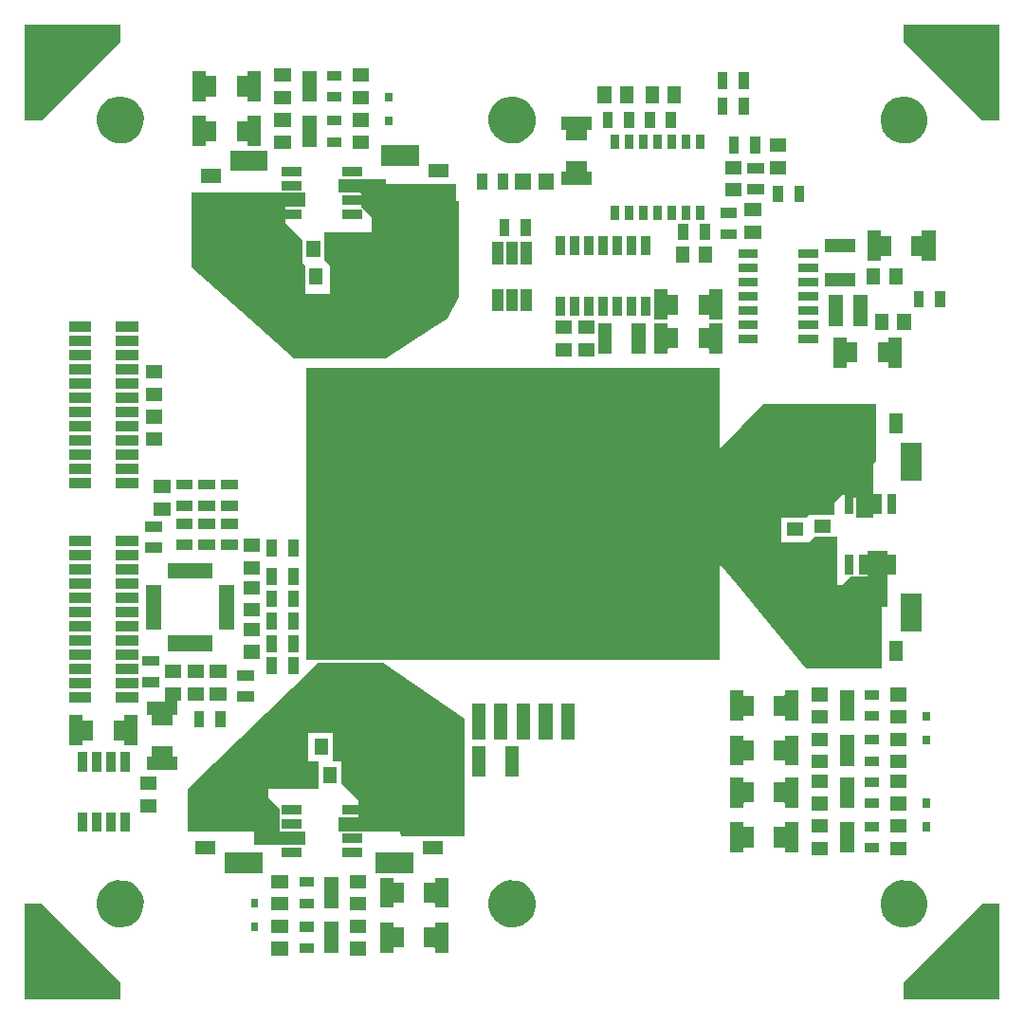
<source format=gbs>
G04 #@! TF.FileFunction,Soldermask,Bot*
%FSLAX46Y46*%
G04 Gerber Fmt 4.6, Leading zero omitted, Abs format (unit mm)*
G04 Created by KiCad (PCBNEW 4.0.6+dfsg1-1) date Mon Aug 21 20:19:56 2017*
%MOMM*%
%LPD*%
G01*
G04 APERTURE LIST*
%ADD10C,0.100000*%
%ADD11C,0.200000*%
G04 APERTURE END LIST*
D10*
D11*
X79500000Y-120750000D02*
X78500000Y-120750000D01*
X88000000Y-121000000D02*
X89000000Y-121000000D01*
X86500000Y-78750000D02*
X87500000Y-78750000D01*
X77000000Y-79000000D02*
X76000000Y-79000000D01*
X125250000Y-105000000D02*
X125250000Y-106000000D01*
X125250000Y-97000000D02*
X125250000Y-96000000D01*
D10*
G36*
X143500000Y-143500000D02*
X135000000Y-143500000D01*
X135000000Y-142000000D01*
X142000000Y-135000000D01*
X143500000Y-135000000D01*
X143500000Y-143500000D01*
X143500000Y-143500000D01*
G37*
G36*
X65000000Y-142000000D02*
X65000000Y-143500000D01*
X56500000Y-143500000D01*
X56500000Y-135000000D01*
X58000000Y-135000000D01*
X65000000Y-142000000D01*
X65000000Y-142000000D01*
G37*
G36*
X86975000Y-139600000D02*
X85525000Y-139600000D01*
X85525000Y-138400000D01*
X86975000Y-138400000D01*
X86975000Y-139600000D01*
X86975000Y-139600000D01*
G37*
G36*
X79975000Y-139600000D02*
X78525000Y-139600000D01*
X78525000Y-138400000D01*
X79975000Y-138400000D01*
X79975000Y-139600000D01*
X79975000Y-139600000D01*
G37*
G36*
X82280000Y-139375000D02*
X81020000Y-139375000D01*
X81020000Y-138525000D01*
X82280000Y-138525000D01*
X82280000Y-139375000D01*
X82280000Y-139375000D01*
G37*
G36*
X84480000Y-139375000D02*
X83220000Y-139375000D01*
X83220000Y-136625000D01*
X84480000Y-136625000D01*
X84480000Y-139375000D01*
X84480000Y-139375000D01*
G37*
G36*
X89400000Y-137037500D02*
X89402474Y-137054912D01*
X89409702Y-137070945D01*
X89421110Y-137084331D01*
X89435795Y-137094008D01*
X89452595Y-137099210D01*
X89462500Y-137100000D01*
X90350000Y-137100000D01*
X90350000Y-138900000D01*
X89462500Y-138900000D01*
X89445088Y-138902474D01*
X89429055Y-138909702D01*
X89415669Y-138921110D01*
X89405992Y-138935795D01*
X89400790Y-138952595D01*
X89400000Y-138962500D01*
X89400000Y-139350000D01*
X88200000Y-139350000D01*
X88200000Y-136650000D01*
X89400000Y-136650000D01*
X89400000Y-137037500D01*
X89400000Y-137037500D01*
G37*
G36*
X94300000Y-139350000D02*
X93100000Y-139350000D01*
X93100000Y-138962500D01*
X93097526Y-138945088D01*
X93090298Y-138929055D01*
X93078890Y-138915669D01*
X93064205Y-138905992D01*
X93047405Y-138900790D01*
X93037500Y-138900000D01*
X92150000Y-138900000D01*
X92150000Y-137100000D01*
X93037500Y-137100000D01*
X93054912Y-137097526D01*
X93070945Y-137090298D01*
X93084331Y-137078890D01*
X93094008Y-137064205D01*
X93099210Y-137047405D01*
X93100000Y-137037500D01*
X93100000Y-136650000D01*
X94300000Y-136650000D01*
X94300000Y-139350000D01*
X94300000Y-139350000D01*
G37*
G36*
X86975000Y-137600000D02*
X85525000Y-137600000D01*
X85525000Y-136400000D01*
X86975000Y-136400000D01*
X86975000Y-137600000D01*
X86975000Y-137600000D01*
G37*
G36*
X79975000Y-137600000D02*
X78525000Y-137600000D01*
X78525000Y-136400000D01*
X79975000Y-136400000D01*
X79975000Y-137600000D01*
X79975000Y-137600000D01*
G37*
G36*
X82280000Y-137475000D02*
X81020000Y-137475000D01*
X81020000Y-136625000D01*
X82280000Y-136625000D01*
X82280000Y-137475000D01*
X82280000Y-137475000D01*
G37*
G36*
X77325000Y-137450000D02*
X76675000Y-137450000D01*
X76675000Y-136660000D01*
X77325000Y-136660000D01*
X77325000Y-137450000D01*
X77325000Y-137450000D01*
G37*
G36*
X65220572Y-132901396D02*
X65623992Y-132984206D01*
X66003642Y-133143796D01*
X66345070Y-133374092D01*
X66635259Y-133666314D01*
X66863164Y-134009341D01*
X67020100Y-134390094D01*
X67100006Y-134793653D01*
X67100006Y-134793659D01*
X67100090Y-134794084D01*
X67093522Y-135264473D01*
X67093427Y-135264890D01*
X67093427Y-135264902D01*
X67002283Y-135666070D01*
X66834776Y-136042297D01*
X66597382Y-136378826D01*
X66299148Y-136662830D01*
X65951423Y-136883503D01*
X65567463Y-137032432D01*
X65161891Y-137103945D01*
X64750150Y-137095319D01*
X64347926Y-137006885D01*
X63970534Y-136842006D01*
X63632362Y-136606972D01*
X63346278Y-136310722D01*
X63123187Y-135964553D01*
X62971580Y-135581638D01*
X62897238Y-135176576D01*
X62902987Y-134764780D01*
X62988612Y-134361951D01*
X63150849Y-133983422D01*
X63383521Y-133643614D01*
X63677764Y-133355469D01*
X64022371Y-133129965D01*
X64404213Y-132975691D01*
X64808753Y-132898521D01*
X65220572Y-132901396D01*
X65220572Y-132901396D01*
G37*
G36*
X100220572Y-132901396D02*
X100623992Y-132984206D01*
X101003642Y-133143796D01*
X101345070Y-133374092D01*
X101635259Y-133666314D01*
X101863164Y-134009341D01*
X102020100Y-134390094D01*
X102100006Y-134793653D01*
X102100006Y-134793659D01*
X102100090Y-134794084D01*
X102093522Y-135264473D01*
X102093427Y-135264890D01*
X102093427Y-135264902D01*
X102002283Y-135666070D01*
X101834776Y-136042297D01*
X101597382Y-136378826D01*
X101299148Y-136662830D01*
X100951423Y-136883503D01*
X100567463Y-137032432D01*
X100161891Y-137103945D01*
X99750150Y-137095319D01*
X99347926Y-137006885D01*
X98970534Y-136842006D01*
X98632362Y-136606972D01*
X98346278Y-136310722D01*
X98123187Y-135964553D01*
X97971580Y-135581638D01*
X97897238Y-135176576D01*
X97902987Y-134764780D01*
X97988612Y-134361951D01*
X98150849Y-133983422D01*
X98383521Y-133643614D01*
X98677764Y-133355469D01*
X99022371Y-133129965D01*
X99404213Y-132975691D01*
X99808753Y-132898521D01*
X100220572Y-132901396D01*
X100220572Y-132901396D01*
G37*
G36*
X135220572Y-132901396D02*
X135623992Y-132984206D01*
X136003642Y-133143796D01*
X136345070Y-133374092D01*
X136635259Y-133666314D01*
X136863164Y-134009341D01*
X137020100Y-134390094D01*
X137100006Y-134793653D01*
X137100006Y-134793659D01*
X137100090Y-134794084D01*
X137093522Y-135264473D01*
X137093427Y-135264890D01*
X137093427Y-135264902D01*
X137002283Y-135666070D01*
X136834776Y-136042297D01*
X136597382Y-136378826D01*
X136299148Y-136662830D01*
X135951423Y-136883503D01*
X135567463Y-137032432D01*
X135161891Y-137103945D01*
X134750150Y-137095319D01*
X134347926Y-137006885D01*
X133970534Y-136842006D01*
X133632362Y-136606972D01*
X133346278Y-136310722D01*
X133123187Y-135964553D01*
X132971580Y-135581638D01*
X132897238Y-135176576D01*
X132902987Y-134764780D01*
X132988612Y-134361951D01*
X133150849Y-133983422D01*
X133383521Y-133643614D01*
X133677764Y-133355469D01*
X134022371Y-133129965D01*
X134404213Y-132975691D01*
X134808753Y-132898521D01*
X135220572Y-132901396D01*
X135220572Y-132901396D01*
G37*
G36*
X79975000Y-135600000D02*
X78525000Y-135600000D01*
X78525000Y-134400000D01*
X79975000Y-134400000D01*
X79975000Y-135600000D01*
X79975000Y-135600000D01*
G37*
G36*
X86975000Y-135600000D02*
X85525000Y-135600000D01*
X85525000Y-134400000D01*
X86975000Y-134400000D01*
X86975000Y-135600000D01*
X86975000Y-135600000D01*
G37*
G36*
X84480000Y-135375000D02*
X83220000Y-135375000D01*
X83220000Y-132625000D01*
X84480000Y-132625000D01*
X84480000Y-135375000D01*
X84480000Y-135375000D01*
G37*
G36*
X82280000Y-135375000D02*
X81020000Y-135375000D01*
X81020000Y-134525000D01*
X82280000Y-134525000D01*
X82280000Y-135375000D01*
X82280000Y-135375000D01*
G37*
G36*
X89400000Y-133037500D02*
X89402474Y-133054912D01*
X89409702Y-133070945D01*
X89421110Y-133084331D01*
X89435795Y-133094008D01*
X89452595Y-133099210D01*
X89462500Y-133100000D01*
X90350000Y-133100000D01*
X90350000Y-134900000D01*
X89462500Y-134900000D01*
X89445088Y-134902474D01*
X89429055Y-134909702D01*
X89415669Y-134921110D01*
X89405992Y-134935795D01*
X89400790Y-134952595D01*
X89400000Y-134962500D01*
X89400000Y-135350000D01*
X88200000Y-135350000D01*
X88200000Y-132650000D01*
X89400000Y-132650000D01*
X89400000Y-133037500D01*
X89400000Y-133037500D01*
G37*
G36*
X94300000Y-135350000D02*
X93100000Y-135350000D01*
X93100000Y-134962500D01*
X93097526Y-134945088D01*
X93090298Y-134929055D01*
X93078890Y-134915669D01*
X93064205Y-134905992D01*
X93047405Y-134900790D01*
X93037500Y-134900000D01*
X92150000Y-134900000D01*
X92150000Y-133100000D01*
X93037500Y-133100000D01*
X93054912Y-133097526D01*
X93070945Y-133090298D01*
X93084331Y-133078890D01*
X93094008Y-133064205D01*
X93099210Y-133047405D01*
X93100000Y-133037500D01*
X93100000Y-132650000D01*
X94300000Y-132650000D01*
X94300000Y-135350000D01*
X94300000Y-135350000D01*
G37*
G36*
X77325000Y-135340000D02*
X76675000Y-135340000D01*
X76675000Y-134550000D01*
X77325000Y-134550000D01*
X77325000Y-135340000D01*
X77325000Y-135340000D01*
G37*
G36*
X86975000Y-133600000D02*
X85525000Y-133600000D01*
X85525000Y-132400000D01*
X86975000Y-132400000D01*
X86975000Y-133600000D01*
X86975000Y-133600000D01*
G37*
G36*
X79975000Y-133600000D02*
X78525000Y-133600000D01*
X78525000Y-132400000D01*
X79975000Y-132400000D01*
X79975000Y-133600000D01*
X79975000Y-133600000D01*
G37*
G36*
X82280000Y-133475000D02*
X81020000Y-133475000D01*
X81020000Y-132625000D01*
X82280000Y-132625000D01*
X82280000Y-133475000D01*
X82280000Y-133475000D01*
G37*
G36*
X91190000Y-132285000D02*
X87810000Y-132285000D01*
X87810000Y-130430000D01*
X91190000Y-130430000D01*
X91190000Y-132285000D01*
X91190000Y-132285000D01*
G37*
G36*
X77690000Y-132285000D02*
X74310000Y-132285000D01*
X74310000Y-130430000D01*
X77690000Y-130430000D01*
X77690000Y-132285000D01*
X77690000Y-132285000D01*
G37*
G36*
X86575000Y-130805000D02*
X84825000Y-130805000D01*
X84825000Y-130005000D01*
X86575000Y-130005000D01*
X86575000Y-130805000D01*
X86575000Y-130805000D01*
G37*
G36*
X81175000Y-130805000D02*
X79425000Y-130805000D01*
X79425000Y-130005000D01*
X81175000Y-130005000D01*
X81175000Y-130805000D01*
X81175000Y-130805000D01*
G37*
G36*
X128225000Y-130650000D02*
X126775000Y-130650000D01*
X126775000Y-129450000D01*
X128225000Y-129450000D01*
X128225000Y-130650000D01*
X128225000Y-130650000D01*
G37*
G36*
X135225000Y-130650000D02*
X133775000Y-130650000D01*
X133775000Y-129450000D01*
X135225000Y-129450000D01*
X135225000Y-130650000D01*
X135225000Y-130650000D01*
G37*
G36*
X93800000Y-130600000D02*
X92000000Y-130600000D01*
X92000000Y-129400000D01*
X93800000Y-129400000D01*
X93800000Y-130600000D01*
X93800000Y-130600000D01*
G37*
G36*
X73500000Y-130600000D02*
X71700000Y-130600000D01*
X71700000Y-129400000D01*
X73500000Y-129400000D01*
X73500000Y-130600000D01*
X73500000Y-130600000D01*
G37*
G36*
X132730000Y-130425000D02*
X131470000Y-130425000D01*
X131470000Y-129575000D01*
X132730000Y-129575000D01*
X132730000Y-130425000D01*
X132730000Y-130425000D01*
G37*
G36*
X130530000Y-130425000D02*
X129270000Y-130425000D01*
X129270000Y-127675000D01*
X130530000Y-127675000D01*
X130530000Y-130425000D01*
X130530000Y-130425000D01*
G37*
G36*
X125550000Y-130400000D02*
X124350000Y-130400000D01*
X124350000Y-130012500D01*
X124347526Y-129995088D01*
X124340298Y-129979055D01*
X124328890Y-129965669D01*
X124314205Y-129955992D01*
X124297405Y-129950790D01*
X124287500Y-129950000D01*
X123400000Y-129950000D01*
X123400000Y-128150000D01*
X124287500Y-128150000D01*
X124304912Y-128147526D01*
X124320945Y-128140298D01*
X124334331Y-128128890D01*
X124344008Y-128114205D01*
X124349210Y-128097405D01*
X124350000Y-128087500D01*
X124350000Y-127700000D01*
X125550000Y-127700000D01*
X125550000Y-130400000D01*
X125550000Y-130400000D01*
G37*
G36*
X120650000Y-128087500D02*
X120652474Y-128104912D01*
X120659702Y-128120945D01*
X120671110Y-128134331D01*
X120685795Y-128144008D01*
X120702595Y-128149210D01*
X120712500Y-128150000D01*
X121600000Y-128150000D01*
X121600000Y-129950000D01*
X120712500Y-129950000D01*
X120695088Y-129952474D01*
X120679055Y-129959702D01*
X120665669Y-129971110D01*
X120655992Y-129985795D01*
X120650790Y-130002595D01*
X120650000Y-130012500D01*
X120650000Y-130400000D01*
X119450000Y-130400000D01*
X119450000Y-127700000D01*
X120650000Y-127700000D01*
X120650000Y-128087500D01*
X120650000Y-128087500D01*
G37*
G36*
X95750000Y-118500000D02*
X95750000Y-129000000D01*
X90125000Y-129000000D01*
X90011835Y-128547341D01*
X90005211Y-128531049D01*
X89994311Y-128517248D01*
X89979997Y-128507029D01*
X89963403Y-128501203D01*
X89951201Y-128500000D01*
X84500000Y-128500000D01*
X84500000Y-127250000D01*
X86187500Y-127250000D01*
X86204912Y-127247526D01*
X86220945Y-127240298D01*
X86234331Y-127228890D01*
X86244008Y-127214205D01*
X86249210Y-127197405D01*
X86250000Y-127187500D01*
X86250000Y-127057500D01*
X86247526Y-127040088D01*
X86240298Y-127024055D01*
X86228890Y-127010669D01*
X86214205Y-127000992D01*
X86197405Y-126995790D01*
X86187500Y-126995000D01*
X84825000Y-126995000D01*
X84825000Y-126195000D01*
X86187500Y-126195000D01*
X86204912Y-126192526D01*
X86220945Y-126185298D01*
X86234331Y-126173890D01*
X86244008Y-126159205D01*
X86249210Y-126142405D01*
X86250000Y-126132500D01*
X86250000Y-125775888D01*
X86247526Y-125758476D01*
X86240298Y-125742443D01*
X86231694Y-125731694D01*
X84750000Y-124250000D01*
X84750000Y-122312500D01*
X84747526Y-122295088D01*
X84740298Y-122279055D01*
X84728890Y-122265669D01*
X84714205Y-122255992D01*
X84697405Y-122250790D01*
X84687500Y-122250000D01*
X84000000Y-122250000D01*
X84000000Y-119812500D01*
X83997526Y-119795088D01*
X83990298Y-119779055D01*
X83978890Y-119765669D01*
X83964205Y-119755992D01*
X83947405Y-119750790D01*
X83937500Y-119750000D01*
X81812500Y-119750000D01*
X81795088Y-119752474D01*
X81779055Y-119759702D01*
X81765669Y-119771110D01*
X81755992Y-119785795D01*
X81750790Y-119802595D01*
X81750000Y-119812500D01*
X81750000Y-122187500D01*
X81752474Y-122204912D01*
X81759702Y-122220945D01*
X81771110Y-122234331D01*
X81785795Y-122244008D01*
X81802595Y-122249210D01*
X81812500Y-122250000D01*
X82750000Y-122250000D01*
X82750000Y-124750000D01*
X78312500Y-124750000D01*
X78295088Y-124752474D01*
X78279055Y-124759702D01*
X78265669Y-124771110D01*
X78255992Y-124785795D01*
X78250790Y-124802595D01*
X78250000Y-124812500D01*
X78250000Y-125474112D01*
X78252474Y-125491524D01*
X78259702Y-125507557D01*
X78268306Y-125518306D01*
X79250000Y-126500000D01*
X79250000Y-128437500D01*
X79252474Y-128454912D01*
X79259702Y-128470945D01*
X79271110Y-128484331D01*
X79285795Y-128494008D01*
X79302595Y-128499210D01*
X79312500Y-128500000D01*
X81500000Y-128500000D01*
X81500000Y-129750000D01*
X77000000Y-129750000D01*
X77000000Y-128562500D01*
X76997526Y-128545088D01*
X76990298Y-128529055D01*
X76978890Y-128515669D01*
X76964205Y-128505992D01*
X76947405Y-128500790D01*
X76937500Y-128500000D01*
X71000000Y-128500000D01*
X71000000Y-124750000D01*
X82750000Y-113500000D01*
X88500000Y-113500000D01*
X95750000Y-118500000D01*
X95750000Y-118500000D01*
G37*
G36*
X86575000Y-129535000D02*
X84825000Y-129535000D01*
X84825000Y-128735000D01*
X86575000Y-128735000D01*
X86575000Y-129535000D01*
X86575000Y-129535000D01*
G37*
G36*
X128225000Y-128650000D02*
X126775000Y-128650000D01*
X126775000Y-127450000D01*
X128225000Y-127450000D01*
X128225000Y-128650000D01*
X128225000Y-128650000D01*
G37*
G36*
X135225000Y-128650000D02*
X133775000Y-128650000D01*
X133775000Y-127450000D01*
X135225000Y-127450000D01*
X135225000Y-128650000D01*
X135225000Y-128650000D01*
G37*
G36*
X65855000Y-128575000D02*
X65055000Y-128575000D01*
X65055000Y-126825000D01*
X65855000Y-126825000D01*
X65855000Y-128575000D01*
X65855000Y-128575000D01*
G37*
G36*
X62045000Y-128575000D02*
X61245000Y-128575000D01*
X61245000Y-126825000D01*
X62045000Y-126825000D01*
X62045000Y-128575000D01*
X62045000Y-128575000D01*
G37*
G36*
X63315000Y-128575000D02*
X62515000Y-128575000D01*
X62515000Y-126825000D01*
X63315000Y-126825000D01*
X63315000Y-128575000D01*
X63315000Y-128575000D01*
G37*
G36*
X64585000Y-128575000D02*
X63785000Y-128575000D01*
X63785000Y-126825000D01*
X64585000Y-126825000D01*
X64585000Y-128575000D01*
X64585000Y-128575000D01*
G37*
G36*
X132730000Y-128525000D02*
X131470000Y-128525000D01*
X131470000Y-127675000D01*
X132730000Y-127675000D01*
X132730000Y-128525000D01*
X132730000Y-128525000D01*
G37*
G36*
X137325000Y-128500000D02*
X136675000Y-128500000D01*
X136675000Y-127710000D01*
X137325000Y-127710000D01*
X137325000Y-128500000D01*
X137325000Y-128500000D01*
G37*
G36*
X81175000Y-128265000D02*
X79425000Y-128265000D01*
X79425000Y-127465000D01*
X81175000Y-127465000D01*
X81175000Y-128265000D01*
X81175000Y-128265000D01*
G37*
G36*
X81175000Y-126995000D02*
X79425000Y-126995000D01*
X79425000Y-126195000D01*
X81175000Y-126195000D01*
X81175000Y-126995000D01*
X81175000Y-126995000D01*
G37*
G36*
X68225000Y-126850000D02*
X66775000Y-126850000D01*
X66775000Y-125650000D01*
X68225000Y-125650000D01*
X68225000Y-126850000D01*
X68225000Y-126850000D01*
G37*
G36*
X128225000Y-126650000D02*
X126775000Y-126650000D01*
X126775000Y-125450000D01*
X128225000Y-125450000D01*
X128225000Y-126650000D01*
X128225000Y-126650000D01*
G37*
G36*
X135225000Y-126650000D02*
X133775000Y-126650000D01*
X133775000Y-125450000D01*
X135225000Y-125450000D01*
X135225000Y-126650000D01*
X135225000Y-126650000D01*
G37*
G36*
X130530000Y-126425000D02*
X129270000Y-126425000D01*
X129270000Y-123675000D01*
X130530000Y-123675000D01*
X130530000Y-126425000D01*
X130530000Y-126425000D01*
G37*
G36*
X132730000Y-126425000D02*
X131470000Y-126425000D01*
X131470000Y-125575000D01*
X132730000Y-125575000D01*
X132730000Y-126425000D01*
X132730000Y-126425000D01*
G37*
G36*
X125550000Y-126400000D02*
X124350000Y-126400000D01*
X124350000Y-126012500D01*
X124347526Y-125995088D01*
X124340298Y-125979055D01*
X124328890Y-125965669D01*
X124314205Y-125955992D01*
X124297405Y-125950790D01*
X124287500Y-125950000D01*
X123400000Y-125950000D01*
X123400000Y-124150000D01*
X124287500Y-124150000D01*
X124304912Y-124147526D01*
X124320945Y-124140298D01*
X124334331Y-124128890D01*
X124344008Y-124114205D01*
X124349210Y-124097405D01*
X124350000Y-124087500D01*
X124350000Y-123700000D01*
X125550000Y-123700000D01*
X125550000Y-126400000D01*
X125550000Y-126400000D01*
G37*
G36*
X120650000Y-124087500D02*
X120652474Y-124104912D01*
X120659702Y-124120945D01*
X120671110Y-124134331D01*
X120685795Y-124144008D01*
X120702595Y-124149210D01*
X120712500Y-124150000D01*
X121600000Y-124150000D01*
X121600000Y-125950000D01*
X120712500Y-125950000D01*
X120695088Y-125952474D01*
X120679055Y-125959702D01*
X120665669Y-125971110D01*
X120655992Y-125985795D01*
X120650790Y-126002595D01*
X120650000Y-126012500D01*
X120650000Y-126400000D01*
X119450000Y-126400000D01*
X119450000Y-123700000D01*
X120650000Y-123700000D01*
X120650000Y-124087500D01*
X120650000Y-124087500D01*
G37*
G36*
X137325000Y-126390000D02*
X136675000Y-126390000D01*
X136675000Y-125600000D01*
X137325000Y-125600000D01*
X137325000Y-126390000D01*
X137325000Y-126390000D01*
G37*
G36*
X68225000Y-124850000D02*
X66775000Y-124850000D01*
X66775000Y-123650000D01*
X68225000Y-123650000D01*
X68225000Y-124850000D01*
X68225000Y-124850000D01*
G37*
G36*
X135225000Y-124650000D02*
X133775000Y-124650000D01*
X133775000Y-123450000D01*
X135225000Y-123450000D01*
X135225000Y-124650000D01*
X135225000Y-124650000D01*
G37*
G36*
X128225000Y-124650000D02*
X126775000Y-124650000D01*
X126775000Y-123450000D01*
X128225000Y-123450000D01*
X128225000Y-124650000D01*
X128225000Y-124650000D01*
G37*
G36*
X132730000Y-124525000D02*
X131470000Y-124525000D01*
X131470000Y-123675000D01*
X132730000Y-123675000D01*
X132730000Y-124525000D01*
X132730000Y-124525000D01*
G37*
G36*
X84350000Y-124225000D02*
X83150000Y-124225000D01*
X83150000Y-122775000D01*
X84350000Y-122775000D01*
X84350000Y-124225000D01*
X84350000Y-124225000D01*
G37*
G36*
X100600000Y-123600000D02*
X99400000Y-123600000D01*
X99400000Y-120900000D01*
X100600000Y-120900000D01*
X100600000Y-123600000D01*
X100600000Y-123600000D01*
G37*
G36*
X97600000Y-123600000D02*
X96400000Y-123600000D01*
X96400000Y-120900000D01*
X97600000Y-120900000D01*
X97600000Y-123600000D01*
X97600000Y-123600000D01*
G37*
G36*
X64585000Y-123175000D02*
X63785000Y-123175000D01*
X63785000Y-121425000D01*
X64585000Y-121425000D01*
X64585000Y-123175000D01*
X64585000Y-123175000D01*
G37*
G36*
X65855000Y-123175000D02*
X65055000Y-123175000D01*
X65055000Y-121425000D01*
X65855000Y-121425000D01*
X65855000Y-123175000D01*
X65855000Y-123175000D01*
G37*
G36*
X63315000Y-123175000D02*
X62515000Y-123175000D01*
X62515000Y-121425000D01*
X63315000Y-121425000D01*
X63315000Y-123175000D01*
X63315000Y-123175000D01*
G37*
G36*
X62045000Y-123175000D02*
X61245000Y-123175000D01*
X61245000Y-121425000D01*
X62045000Y-121425000D01*
X62045000Y-123175000D01*
X62045000Y-123175000D01*
G37*
G36*
X69650000Y-121787500D02*
X69652474Y-121804912D01*
X69659702Y-121820945D01*
X69671110Y-121834331D01*
X69685795Y-121844008D01*
X69702595Y-121849210D01*
X69712500Y-121850000D01*
X70100000Y-121850000D01*
X70100000Y-123050000D01*
X67400000Y-123050000D01*
X67400000Y-121850000D01*
X67787500Y-121850000D01*
X67804912Y-121847526D01*
X67820945Y-121840298D01*
X67834331Y-121828890D01*
X67844008Y-121814205D01*
X67849210Y-121797405D01*
X67850000Y-121787500D01*
X67850000Y-120900000D01*
X69650000Y-120900000D01*
X69650000Y-121787500D01*
X69650000Y-121787500D01*
G37*
G36*
X135225000Y-122900000D02*
X133775000Y-122900000D01*
X133775000Y-121700000D01*
X135225000Y-121700000D01*
X135225000Y-122900000D01*
X135225000Y-122900000D01*
G37*
G36*
X128225000Y-122900000D02*
X126775000Y-122900000D01*
X126775000Y-121700000D01*
X128225000Y-121700000D01*
X128225000Y-122900000D01*
X128225000Y-122900000D01*
G37*
G36*
X132730000Y-122675000D02*
X131470000Y-122675000D01*
X131470000Y-121825000D01*
X132730000Y-121825000D01*
X132730000Y-122675000D01*
X132730000Y-122675000D01*
G37*
G36*
X130530000Y-122675000D02*
X129270000Y-122675000D01*
X129270000Y-119925000D01*
X130530000Y-119925000D01*
X130530000Y-122675000D01*
X130530000Y-122675000D01*
G37*
G36*
X120650000Y-120337500D02*
X120652474Y-120354912D01*
X120659702Y-120370945D01*
X120671110Y-120384331D01*
X120685795Y-120394008D01*
X120702595Y-120399210D01*
X120712500Y-120400000D01*
X121600000Y-120400000D01*
X121600000Y-122200000D01*
X120712500Y-122200000D01*
X120695088Y-122202474D01*
X120679055Y-122209702D01*
X120665669Y-122221110D01*
X120655992Y-122235795D01*
X120650790Y-122252595D01*
X120650000Y-122262500D01*
X120650000Y-122650000D01*
X119450000Y-122650000D01*
X119450000Y-119950000D01*
X120650000Y-119950000D01*
X120650000Y-120337500D01*
X120650000Y-120337500D01*
G37*
G36*
X125550000Y-122650000D02*
X124350000Y-122650000D01*
X124350000Y-122262500D01*
X124347526Y-122245088D01*
X124340298Y-122229055D01*
X124328890Y-122215669D01*
X124314205Y-122205992D01*
X124297405Y-122200790D01*
X124287500Y-122200000D01*
X123400000Y-122200000D01*
X123400000Y-120400000D01*
X124287500Y-120400000D01*
X124304912Y-120397526D01*
X124320945Y-120390298D01*
X124334331Y-120378890D01*
X124344008Y-120364205D01*
X124349210Y-120347405D01*
X124350000Y-120337500D01*
X124350000Y-119950000D01*
X125550000Y-119950000D01*
X125550000Y-122650000D01*
X125550000Y-122650000D01*
G37*
G36*
X83600000Y-121725000D02*
X82400000Y-121725000D01*
X82400000Y-120275000D01*
X83600000Y-120275000D01*
X83600000Y-121725000D01*
X83600000Y-121725000D01*
G37*
G36*
X128225000Y-120900000D02*
X126775000Y-120900000D01*
X126775000Y-119700000D01*
X128225000Y-119700000D01*
X128225000Y-120900000D01*
X128225000Y-120900000D01*
G37*
G36*
X135225000Y-120900000D02*
X133775000Y-120900000D01*
X133775000Y-119700000D01*
X135225000Y-119700000D01*
X135225000Y-120900000D01*
X135225000Y-120900000D01*
G37*
G36*
X61650000Y-118537500D02*
X61652474Y-118554912D01*
X61659702Y-118570945D01*
X61671110Y-118584331D01*
X61685795Y-118594008D01*
X61702595Y-118599210D01*
X61712500Y-118600000D01*
X62600000Y-118600000D01*
X62600000Y-120400000D01*
X61712500Y-120400000D01*
X61695088Y-120402474D01*
X61679055Y-120409702D01*
X61665669Y-120421110D01*
X61655992Y-120435795D01*
X61650790Y-120452595D01*
X61650000Y-120462500D01*
X61650000Y-120850000D01*
X60450000Y-120850000D01*
X60450000Y-118150000D01*
X61650000Y-118150000D01*
X61650000Y-118537500D01*
X61650000Y-118537500D01*
G37*
G36*
X66550000Y-120850000D02*
X65350000Y-120850000D01*
X65350000Y-120462500D01*
X65347526Y-120445088D01*
X65340298Y-120429055D01*
X65328890Y-120415669D01*
X65314205Y-120405992D01*
X65297405Y-120400790D01*
X65287500Y-120400000D01*
X64400000Y-120400000D01*
X64400000Y-118600000D01*
X65287500Y-118600000D01*
X65304912Y-118597526D01*
X65320945Y-118590298D01*
X65334331Y-118578890D01*
X65344008Y-118564205D01*
X65349210Y-118547405D01*
X65350000Y-118537500D01*
X65350000Y-118150000D01*
X66550000Y-118150000D01*
X66550000Y-120850000D01*
X66550000Y-120850000D01*
G37*
G36*
X132730000Y-120775000D02*
X131470000Y-120775000D01*
X131470000Y-119925000D01*
X132730000Y-119925000D01*
X132730000Y-120775000D01*
X132730000Y-120775000D01*
G37*
G36*
X137325000Y-120750000D02*
X136675000Y-120750000D01*
X136675000Y-119960000D01*
X137325000Y-119960000D01*
X137325000Y-120750000D01*
X137325000Y-120750000D01*
G37*
G36*
X105600000Y-120350000D02*
X104400000Y-120350000D01*
X104400000Y-117150000D01*
X105600000Y-117150000D01*
X105600000Y-120350000D01*
X105600000Y-120350000D01*
G37*
G36*
X103600000Y-120350000D02*
X102400000Y-120350000D01*
X102400000Y-117150000D01*
X103600000Y-117150000D01*
X103600000Y-120350000D01*
X103600000Y-120350000D01*
G37*
G36*
X101600000Y-120350000D02*
X100400000Y-120350000D01*
X100400000Y-117150000D01*
X101600000Y-117150000D01*
X101600000Y-120350000D01*
X101600000Y-120350000D01*
G37*
G36*
X99600000Y-120350000D02*
X98400000Y-120350000D01*
X98400000Y-117150000D01*
X99600000Y-117150000D01*
X99600000Y-120350000D01*
X99600000Y-120350000D01*
G37*
G36*
X97600000Y-120350000D02*
X96400000Y-120350000D01*
X96400000Y-117150000D01*
X97600000Y-117150000D01*
X97600000Y-120350000D01*
X97600000Y-120350000D01*
G37*
G36*
X74400000Y-119250000D02*
X73500000Y-119250000D01*
X73500000Y-117750000D01*
X74400000Y-117750000D01*
X74400000Y-119250000D01*
X74400000Y-119250000D01*
G37*
G36*
X72500000Y-119250000D02*
X71600000Y-119250000D01*
X71600000Y-117750000D01*
X72500000Y-117750000D01*
X72500000Y-119250000D01*
X72500000Y-119250000D01*
G37*
G36*
X70475000Y-116850000D02*
X70162500Y-116850000D01*
X70145088Y-116852474D01*
X70129055Y-116859702D01*
X70115669Y-116871110D01*
X70105992Y-116885795D01*
X70100790Y-116902595D01*
X70100000Y-116912500D01*
X70100000Y-118150000D01*
X69712500Y-118150000D01*
X69695088Y-118152474D01*
X69679055Y-118159702D01*
X69665669Y-118171110D01*
X69655992Y-118185795D01*
X69650790Y-118202595D01*
X69650000Y-118212500D01*
X69650000Y-119100000D01*
X67850000Y-119100000D01*
X67850000Y-118212500D01*
X67847526Y-118195088D01*
X67840298Y-118179055D01*
X67828890Y-118165669D01*
X67814205Y-118155992D01*
X67797405Y-118150790D01*
X67787500Y-118150000D01*
X67400000Y-118150000D01*
X67400000Y-116950000D01*
X68962500Y-116950000D01*
X68979912Y-116947526D01*
X68995945Y-116940298D01*
X69009331Y-116928890D01*
X69019008Y-116914205D01*
X69024210Y-116897405D01*
X69025000Y-116887500D01*
X69025000Y-115650000D01*
X70475000Y-115650000D01*
X70475000Y-116850000D01*
X70475000Y-116850000D01*
G37*
G36*
X128225000Y-118900000D02*
X126775000Y-118900000D01*
X126775000Y-117700000D01*
X128225000Y-117700000D01*
X128225000Y-118900000D01*
X128225000Y-118900000D01*
G37*
G36*
X135225000Y-118900000D02*
X133775000Y-118900000D01*
X133775000Y-117700000D01*
X135225000Y-117700000D01*
X135225000Y-118900000D01*
X135225000Y-118900000D01*
G37*
G36*
X132730000Y-118675000D02*
X131470000Y-118675000D01*
X131470000Y-117825000D01*
X132730000Y-117825000D01*
X132730000Y-118675000D01*
X132730000Y-118675000D01*
G37*
G36*
X130530000Y-118675000D02*
X129270000Y-118675000D01*
X129270000Y-115925000D01*
X130530000Y-115925000D01*
X130530000Y-118675000D01*
X130530000Y-118675000D01*
G37*
G36*
X125550000Y-118650000D02*
X124350000Y-118650000D01*
X124350000Y-118262500D01*
X124347526Y-118245088D01*
X124340298Y-118229055D01*
X124328890Y-118215669D01*
X124314205Y-118205992D01*
X124297405Y-118200790D01*
X124287500Y-118200000D01*
X123400000Y-118200000D01*
X123400000Y-116400000D01*
X124287500Y-116400000D01*
X124304912Y-116397526D01*
X124320945Y-116390298D01*
X124334331Y-116378890D01*
X124344008Y-116364205D01*
X124349210Y-116347405D01*
X124350000Y-116337500D01*
X124350000Y-115950000D01*
X125550000Y-115950000D01*
X125550000Y-118650000D01*
X125550000Y-118650000D01*
G37*
G36*
X120650000Y-116337500D02*
X120652474Y-116354912D01*
X120659702Y-116370945D01*
X120671110Y-116384331D01*
X120685795Y-116394008D01*
X120702595Y-116399210D01*
X120712500Y-116400000D01*
X121600000Y-116400000D01*
X121600000Y-118200000D01*
X120712500Y-118200000D01*
X120695088Y-118202474D01*
X120679055Y-118209702D01*
X120665669Y-118221110D01*
X120655992Y-118235795D01*
X120650790Y-118252595D01*
X120650000Y-118262500D01*
X120650000Y-118650000D01*
X119450000Y-118650000D01*
X119450000Y-115950000D01*
X120650000Y-115950000D01*
X120650000Y-116337500D01*
X120650000Y-116337500D01*
G37*
G36*
X137325000Y-118640000D02*
X136675000Y-118640000D01*
X136675000Y-117850000D01*
X137325000Y-117850000D01*
X137325000Y-118640000D01*
X137325000Y-118640000D01*
G37*
G36*
X62420000Y-117025000D02*
X60420000Y-117025000D01*
X60420000Y-116065000D01*
X62420000Y-116065000D01*
X62420000Y-117025000D01*
X62420000Y-117025000D01*
G37*
G36*
X66620000Y-117025000D02*
X64620000Y-117025000D01*
X64620000Y-116065000D01*
X66620000Y-116065000D01*
X66620000Y-117025000D01*
X66620000Y-117025000D01*
G37*
G36*
X76950000Y-116950000D02*
X75450000Y-116950000D01*
X75450000Y-116050000D01*
X76950000Y-116050000D01*
X76950000Y-116950000D01*
X76950000Y-116950000D01*
G37*
G36*
X128225000Y-116900000D02*
X126775000Y-116900000D01*
X126775000Y-115700000D01*
X128225000Y-115700000D01*
X128225000Y-116900000D01*
X128225000Y-116900000D01*
G37*
G36*
X135225000Y-116900000D02*
X133775000Y-116900000D01*
X133775000Y-115700000D01*
X135225000Y-115700000D01*
X135225000Y-116900000D01*
X135225000Y-116900000D01*
G37*
G36*
X74475000Y-116850000D02*
X73025000Y-116850000D01*
X73025000Y-115650000D01*
X74475000Y-115650000D01*
X74475000Y-116850000D01*
X74475000Y-116850000D01*
G37*
G36*
X72475000Y-116850000D02*
X71025000Y-116850000D01*
X71025000Y-115650000D01*
X72475000Y-115650000D01*
X72475000Y-116850000D01*
X72475000Y-116850000D01*
G37*
G36*
X132730000Y-116775000D02*
X131470000Y-116775000D01*
X131470000Y-115925000D01*
X132730000Y-115925000D01*
X132730000Y-116775000D01*
X132730000Y-116775000D01*
G37*
G36*
X66620000Y-115755000D02*
X64620000Y-115755000D01*
X64620000Y-114795000D01*
X66620000Y-114795000D01*
X66620000Y-115755000D01*
X66620000Y-115755000D01*
G37*
G36*
X62420000Y-115755000D02*
X60420000Y-115755000D01*
X60420000Y-114795000D01*
X62420000Y-114795000D01*
X62420000Y-115755000D01*
X62420000Y-115755000D01*
G37*
G36*
X68500000Y-115650000D02*
X67000000Y-115650000D01*
X67000000Y-114750000D01*
X68500000Y-114750000D01*
X68500000Y-115650000D01*
X68500000Y-115650000D01*
G37*
G36*
X76950000Y-115050000D02*
X75450000Y-115050000D01*
X75450000Y-114150000D01*
X76950000Y-114150000D01*
X76950000Y-115050000D01*
X76950000Y-115050000D01*
G37*
G36*
X72475000Y-114850000D02*
X71025000Y-114850000D01*
X71025000Y-113650000D01*
X72475000Y-113650000D01*
X72475000Y-114850000D01*
X72475000Y-114850000D01*
G37*
G36*
X74475000Y-114850000D02*
X73025000Y-114850000D01*
X73025000Y-113650000D01*
X74475000Y-113650000D01*
X74475000Y-114850000D01*
X74475000Y-114850000D01*
G37*
G36*
X70475000Y-114850000D02*
X69025000Y-114850000D01*
X69025000Y-113650000D01*
X70475000Y-113650000D01*
X70475000Y-114850000D01*
X70475000Y-114850000D01*
G37*
G36*
X79000000Y-114500000D02*
X78100000Y-114500000D01*
X78100000Y-113000000D01*
X79000000Y-113000000D01*
X79000000Y-114500000D01*
X79000000Y-114500000D01*
G37*
G36*
X80900000Y-114500000D02*
X80000000Y-114500000D01*
X80000000Y-113000000D01*
X80900000Y-113000000D01*
X80900000Y-114500000D01*
X80900000Y-114500000D01*
G37*
G36*
X66620000Y-114485000D02*
X64620000Y-114485000D01*
X64620000Y-113525000D01*
X66620000Y-113525000D01*
X66620000Y-114485000D01*
X66620000Y-114485000D01*
G37*
G36*
X62420000Y-114485000D02*
X60420000Y-114485000D01*
X60420000Y-113525000D01*
X62420000Y-113525000D01*
X62420000Y-114485000D01*
X62420000Y-114485000D01*
G37*
G36*
X118500000Y-94314605D02*
X118502474Y-94332017D01*
X118509702Y-94348050D01*
X118521110Y-94361436D01*
X118535795Y-94371113D01*
X118552595Y-94376315D01*
X118570179Y-94376631D01*
X118587155Y-94372036D01*
X118607898Y-94357562D01*
X122395695Y-90354549D01*
X122395697Y-90354548D01*
X122400000Y-90350000D01*
X132500000Y-90350000D01*
X132500000Y-95425000D01*
X132497562Y-95428169D01*
X132497560Y-95428173D01*
X132262961Y-95733151D01*
X132254306Y-95748461D01*
X132250000Y-95771258D01*
X132250000Y-98362500D01*
X132252474Y-98379912D01*
X132259702Y-98395945D01*
X132271110Y-98409331D01*
X132285795Y-98419008D01*
X132302595Y-98424210D01*
X132312500Y-98425000D01*
X133035000Y-98425000D01*
X133035000Y-100175000D01*
X132312500Y-100175000D01*
X132295088Y-100177474D01*
X132279055Y-100184702D01*
X132265669Y-100196110D01*
X132255992Y-100210795D01*
X132250790Y-100227595D01*
X132250000Y-100237500D01*
X132250000Y-100500000D01*
X130750000Y-100500000D01*
X130750000Y-98812500D01*
X130747526Y-98795088D01*
X130740298Y-98779055D01*
X130728890Y-98765669D01*
X130714205Y-98755992D01*
X130697405Y-98750790D01*
X130687500Y-98750000D01*
X130557500Y-98750000D01*
X130540088Y-98752474D01*
X130524055Y-98759702D01*
X130510669Y-98771110D01*
X130500992Y-98785795D01*
X130495790Y-98802595D01*
X130495000Y-98812500D01*
X130495000Y-100175000D01*
X129695000Y-100175000D01*
X129695000Y-98562500D01*
X129692526Y-98545088D01*
X129685298Y-98529055D01*
X129673890Y-98515669D01*
X129659205Y-98505992D01*
X129642405Y-98500790D01*
X129632500Y-98500000D01*
X129525888Y-98500000D01*
X129508476Y-98502474D01*
X129492443Y-98509702D01*
X129481694Y-98518306D01*
X128768306Y-99231694D01*
X128757743Y-99245756D01*
X128751517Y-99262204D01*
X128750000Y-99275888D01*
X128750000Y-100250000D01*
X126525888Y-100250000D01*
X126508476Y-100252474D01*
X126492443Y-100259702D01*
X126481694Y-100268306D01*
X126250000Y-100500000D01*
X124062500Y-100500000D01*
X124045088Y-100502474D01*
X124029055Y-100509702D01*
X124015669Y-100521110D01*
X124005992Y-100535795D01*
X124000790Y-100552595D01*
X124000000Y-100562500D01*
X124000000Y-102687500D01*
X124002474Y-102704912D01*
X124009702Y-102720945D01*
X124021110Y-102734331D01*
X124035795Y-102744008D01*
X124052595Y-102749210D01*
X124062500Y-102750000D01*
X126474112Y-102750000D01*
X126491524Y-102747526D01*
X126507557Y-102740298D01*
X126518306Y-102731694D01*
X127000000Y-102250000D01*
X129000000Y-102250000D01*
X129000000Y-106437500D01*
X129002474Y-106454912D01*
X129009702Y-106470945D01*
X129021110Y-106484331D01*
X129035795Y-106494008D01*
X129052595Y-106499210D01*
X129062500Y-106500000D01*
X129474112Y-106500000D01*
X129491524Y-106497526D01*
X129507557Y-106490298D01*
X129518306Y-106481694D01*
X130250000Y-105750000D01*
X131687500Y-105750000D01*
X131704912Y-105747526D01*
X131720945Y-105740298D01*
X131734331Y-105728890D01*
X131744008Y-105714205D01*
X131749210Y-105697405D01*
X131750000Y-105687500D01*
X131750000Y-105637500D01*
X131747526Y-105620088D01*
X131740298Y-105604055D01*
X131728890Y-105590669D01*
X131714205Y-105580992D01*
X131697405Y-105575790D01*
X131687500Y-105575000D01*
X130965000Y-105575000D01*
X130965000Y-103825000D01*
X131687500Y-103825000D01*
X131704912Y-103822526D01*
X131720945Y-103815298D01*
X131734331Y-103803890D01*
X131744008Y-103789205D01*
X131749210Y-103772405D01*
X131750000Y-103762500D01*
X131750000Y-103500000D01*
X133500000Y-103500000D01*
X133500000Y-103762500D01*
X133502474Y-103779912D01*
X133509702Y-103795945D01*
X133521110Y-103809331D01*
X133535795Y-103819008D01*
X133552595Y-103824210D01*
X133562500Y-103825000D01*
X134305000Y-103825000D01*
X134305000Y-105575000D01*
X133562500Y-105575000D01*
X133545088Y-105577474D01*
X133529055Y-105584702D01*
X133515669Y-105596110D01*
X133505992Y-105610795D01*
X133500790Y-105627595D01*
X133500000Y-105637500D01*
X133500000Y-108500000D01*
X133062500Y-108500000D01*
X133045088Y-108502474D01*
X133029055Y-108509702D01*
X133015669Y-108521110D01*
X133005992Y-108535795D01*
X133000790Y-108552595D01*
X133000000Y-108562500D01*
X133000000Y-114000000D01*
X126250000Y-114000000D01*
X120049573Y-106484331D01*
X118610711Y-104740256D01*
X118597721Y-104728400D01*
X118581943Y-104720631D01*
X118564625Y-104717566D01*
X118547139Y-104719447D01*
X118530869Y-104726125D01*
X118517104Y-104737071D01*
X118506933Y-104751419D01*
X118501162Y-104768032D01*
X118500000Y-104780030D01*
X118500000Y-113200000D01*
X81600000Y-113200000D01*
X81600000Y-87100000D01*
X118500000Y-87100000D01*
X118500000Y-94314605D01*
X118500000Y-94314605D01*
G37*
G36*
X68500000Y-113750000D02*
X67000000Y-113750000D01*
X67000000Y-112850000D01*
X68500000Y-112850000D01*
X68500000Y-113750000D01*
X68500000Y-113750000D01*
G37*
G36*
X134850000Y-113300000D02*
X133650000Y-113300000D01*
X133650000Y-111500000D01*
X134850000Y-111500000D01*
X134850000Y-113300000D01*
X134850000Y-113300000D01*
G37*
G36*
X66620000Y-113215000D02*
X64620000Y-113215000D01*
X64620000Y-112255000D01*
X66620000Y-112255000D01*
X66620000Y-113215000D01*
X66620000Y-113215000D01*
G37*
G36*
X62420000Y-113215000D02*
X60420000Y-113215000D01*
X60420000Y-112255000D01*
X62420000Y-112255000D01*
X62420000Y-113215000D01*
X62420000Y-113215000D01*
G37*
G36*
X77475000Y-113100000D02*
X76025000Y-113100000D01*
X76025000Y-111900000D01*
X77475000Y-111900000D01*
X77475000Y-113100000D01*
X77475000Y-113100000D01*
G37*
G36*
X80900000Y-112500000D02*
X80000000Y-112500000D01*
X80000000Y-111000000D01*
X80900000Y-111000000D01*
X80900000Y-112500000D01*
X80900000Y-112500000D01*
G37*
G36*
X79000000Y-112500000D02*
X78100000Y-112500000D01*
X78100000Y-111000000D01*
X79000000Y-111000000D01*
X79000000Y-112500000D01*
X79000000Y-112500000D01*
G37*
G36*
X73240000Y-112450000D02*
X69260000Y-112450000D01*
X69260000Y-111050000D01*
X73240000Y-111050000D01*
X73240000Y-112450000D01*
X73240000Y-112450000D01*
G37*
G36*
X62420000Y-111945000D02*
X60420000Y-111945000D01*
X60420000Y-110985000D01*
X62420000Y-110985000D01*
X62420000Y-111945000D01*
X62420000Y-111945000D01*
G37*
G36*
X66620000Y-111945000D02*
X64620000Y-111945000D01*
X64620000Y-110985000D01*
X66620000Y-110985000D01*
X66620000Y-111945000D01*
X66620000Y-111945000D01*
G37*
G36*
X77475000Y-111100000D02*
X76025000Y-111100000D01*
X76025000Y-109900000D01*
X77475000Y-109900000D01*
X77475000Y-111100000D01*
X77475000Y-111100000D01*
G37*
G36*
X136535000Y-110690000D02*
X134680000Y-110690000D01*
X134680000Y-107310000D01*
X136535000Y-107310000D01*
X136535000Y-110690000D01*
X136535000Y-110690000D01*
G37*
G36*
X66620000Y-110675000D02*
X64620000Y-110675000D01*
X64620000Y-109715000D01*
X66620000Y-109715000D01*
X66620000Y-110675000D01*
X66620000Y-110675000D01*
G37*
G36*
X62420000Y-110675000D02*
X60420000Y-110675000D01*
X60420000Y-109715000D01*
X62420000Y-109715000D01*
X62420000Y-110675000D01*
X62420000Y-110675000D01*
G37*
G36*
X80900000Y-110500000D02*
X80000000Y-110500000D01*
X80000000Y-109000000D01*
X80900000Y-109000000D01*
X80900000Y-110500000D01*
X80900000Y-110500000D01*
G37*
G36*
X79000000Y-110500000D02*
X78100000Y-110500000D01*
X78100000Y-109000000D01*
X79000000Y-109000000D01*
X79000000Y-110500000D01*
X79000000Y-110500000D01*
G37*
G36*
X68700000Y-110490000D02*
X67300000Y-110490000D01*
X67300000Y-106510000D01*
X68700000Y-106510000D01*
X68700000Y-110490000D01*
X68700000Y-110490000D01*
G37*
G36*
X75200000Y-110490000D02*
X73800000Y-110490000D01*
X73800000Y-106510000D01*
X75200000Y-106510000D01*
X75200000Y-110490000D01*
X75200000Y-110490000D01*
G37*
G36*
X66620000Y-109405000D02*
X64620000Y-109405000D01*
X64620000Y-108445000D01*
X66620000Y-108445000D01*
X66620000Y-109405000D01*
X66620000Y-109405000D01*
G37*
G36*
X62420000Y-109405000D02*
X60420000Y-109405000D01*
X60420000Y-108445000D01*
X62420000Y-108445000D01*
X62420000Y-109405000D01*
X62420000Y-109405000D01*
G37*
G36*
X77475000Y-109350000D02*
X76025000Y-109350000D01*
X76025000Y-108150000D01*
X77475000Y-108150000D01*
X77475000Y-109350000D01*
X77475000Y-109350000D01*
G37*
G36*
X80900000Y-108500000D02*
X80000000Y-108500000D01*
X80000000Y-107000000D01*
X80900000Y-107000000D01*
X80900000Y-108500000D01*
X80900000Y-108500000D01*
G37*
G36*
X79000000Y-108500000D02*
X78100000Y-108500000D01*
X78100000Y-107000000D01*
X79000000Y-107000000D01*
X79000000Y-108500000D01*
X79000000Y-108500000D01*
G37*
G36*
X62420000Y-108135000D02*
X60420000Y-108135000D01*
X60420000Y-107175000D01*
X62420000Y-107175000D01*
X62420000Y-108135000D01*
X62420000Y-108135000D01*
G37*
G36*
X66620000Y-108135000D02*
X64620000Y-108135000D01*
X64620000Y-107175000D01*
X66620000Y-107175000D01*
X66620000Y-108135000D01*
X66620000Y-108135000D01*
G37*
G36*
X77475000Y-107350000D02*
X76025000Y-107350000D01*
X76025000Y-106150000D01*
X77475000Y-106150000D01*
X77475000Y-107350000D01*
X77475000Y-107350000D01*
G37*
G36*
X66620000Y-106865000D02*
X64620000Y-106865000D01*
X64620000Y-105905000D01*
X66620000Y-105905000D01*
X66620000Y-106865000D01*
X66620000Y-106865000D01*
G37*
G36*
X62420000Y-106865000D02*
X60420000Y-106865000D01*
X60420000Y-105905000D01*
X62420000Y-105905000D01*
X62420000Y-106865000D01*
X62420000Y-106865000D01*
G37*
G36*
X79000000Y-106500000D02*
X78100000Y-106500000D01*
X78100000Y-105000000D01*
X79000000Y-105000000D01*
X79000000Y-106500000D01*
X79000000Y-106500000D01*
G37*
G36*
X80900000Y-106500000D02*
X80000000Y-106500000D01*
X80000000Y-105000000D01*
X80900000Y-105000000D01*
X80900000Y-106500000D01*
X80900000Y-106500000D01*
G37*
G36*
X73240000Y-105950000D02*
X69260000Y-105950000D01*
X69260000Y-104550000D01*
X73240000Y-104550000D01*
X73240000Y-105950000D01*
X73240000Y-105950000D01*
G37*
G36*
X77475000Y-105600000D02*
X76025000Y-105600000D01*
X76025000Y-104400000D01*
X77475000Y-104400000D01*
X77475000Y-105600000D01*
X77475000Y-105600000D01*
G37*
G36*
X62420000Y-105595000D02*
X60420000Y-105595000D01*
X60420000Y-104635000D01*
X62420000Y-104635000D01*
X62420000Y-105595000D01*
X62420000Y-105595000D01*
G37*
G36*
X66620000Y-105595000D02*
X64620000Y-105595000D01*
X64620000Y-104635000D01*
X66620000Y-104635000D01*
X66620000Y-105595000D01*
X66620000Y-105595000D01*
G37*
G36*
X130495000Y-105575000D02*
X129695000Y-105575000D01*
X129695000Y-103825000D01*
X130495000Y-103825000D01*
X130495000Y-105575000D01*
X130495000Y-105575000D01*
G37*
G36*
X66620000Y-104325000D02*
X64620000Y-104325000D01*
X64620000Y-103365000D01*
X66620000Y-103365000D01*
X66620000Y-104325000D01*
X66620000Y-104325000D01*
G37*
G36*
X62420000Y-104325000D02*
X60420000Y-104325000D01*
X60420000Y-103365000D01*
X62420000Y-103365000D01*
X62420000Y-104325000D01*
X62420000Y-104325000D01*
G37*
G36*
X79000000Y-104000000D02*
X78100000Y-104000000D01*
X78100000Y-102500000D01*
X79000000Y-102500000D01*
X79000000Y-104000000D01*
X79000000Y-104000000D01*
G37*
G36*
X80900000Y-104000000D02*
X80000000Y-104000000D01*
X80000000Y-102500000D01*
X80900000Y-102500000D01*
X80900000Y-104000000D01*
X80900000Y-104000000D01*
G37*
G36*
X68750000Y-103650000D02*
X67250000Y-103650000D01*
X67250000Y-102750000D01*
X68750000Y-102750000D01*
X68750000Y-103650000D01*
X68750000Y-103650000D01*
G37*
G36*
X77475000Y-103600000D02*
X76025000Y-103600000D01*
X76025000Y-102400000D01*
X77475000Y-102400000D01*
X77475000Y-103600000D01*
X77475000Y-103600000D01*
G37*
G36*
X75500000Y-103400000D02*
X74000000Y-103400000D01*
X74000000Y-102500000D01*
X75500000Y-102500000D01*
X75500000Y-103400000D01*
X75500000Y-103400000D01*
G37*
G36*
X71500000Y-103400000D02*
X70000000Y-103400000D01*
X70000000Y-102500000D01*
X71500000Y-102500000D01*
X71500000Y-103400000D01*
X71500000Y-103400000D01*
G37*
G36*
X73500000Y-103400000D02*
X72000000Y-103400000D01*
X72000000Y-102500000D01*
X73500000Y-102500000D01*
X73500000Y-103400000D01*
X73500000Y-103400000D01*
G37*
G36*
X66620000Y-103055000D02*
X64620000Y-103055000D01*
X64620000Y-102095000D01*
X66620000Y-102095000D01*
X66620000Y-103055000D01*
X66620000Y-103055000D01*
G37*
G36*
X62420000Y-103055000D02*
X60420000Y-103055000D01*
X60420000Y-102095000D01*
X62420000Y-102095000D01*
X62420000Y-103055000D01*
X62420000Y-103055000D01*
G37*
G36*
X125975000Y-102100000D02*
X124525000Y-102100000D01*
X124525000Y-100900000D01*
X125975000Y-100900000D01*
X125975000Y-102100000D01*
X125975000Y-102100000D01*
G37*
G36*
X128475000Y-101850000D02*
X127025000Y-101850000D01*
X127025000Y-100650000D01*
X128475000Y-100650000D01*
X128475000Y-101850000D01*
X128475000Y-101850000D01*
G37*
G36*
X68750000Y-101750000D02*
X67250000Y-101750000D01*
X67250000Y-100850000D01*
X68750000Y-100850000D01*
X68750000Y-101750000D01*
X68750000Y-101750000D01*
G37*
G36*
X75500000Y-101500000D02*
X74000000Y-101500000D01*
X74000000Y-100600000D01*
X75500000Y-100600000D01*
X75500000Y-101500000D01*
X75500000Y-101500000D01*
G37*
G36*
X73500000Y-101500000D02*
X72000000Y-101500000D01*
X72000000Y-100600000D01*
X73500000Y-100600000D01*
X73500000Y-101500000D01*
X73500000Y-101500000D01*
G37*
G36*
X71500000Y-101500000D02*
X70000000Y-101500000D01*
X70000000Y-100600000D01*
X71500000Y-100600000D01*
X71500000Y-101500000D01*
X71500000Y-101500000D01*
G37*
G36*
X69475000Y-100350000D02*
X68025000Y-100350000D01*
X68025000Y-99150000D01*
X69475000Y-99150000D01*
X69475000Y-100350000D01*
X69475000Y-100350000D01*
G37*
G36*
X134305000Y-100175000D02*
X133505000Y-100175000D01*
X133505000Y-98425000D01*
X134305000Y-98425000D01*
X134305000Y-100175000D01*
X134305000Y-100175000D01*
G37*
G36*
X75500000Y-99900000D02*
X74000000Y-99900000D01*
X74000000Y-99000000D01*
X75500000Y-99000000D01*
X75500000Y-99900000D01*
X75500000Y-99900000D01*
G37*
G36*
X71500000Y-99900000D02*
X70000000Y-99900000D01*
X70000000Y-99000000D01*
X71500000Y-99000000D01*
X71500000Y-99900000D01*
X71500000Y-99900000D01*
G37*
G36*
X73500000Y-99900000D02*
X72000000Y-99900000D01*
X72000000Y-99000000D01*
X73500000Y-99000000D01*
X73500000Y-99900000D01*
X73500000Y-99900000D01*
G37*
G36*
X69475000Y-98350000D02*
X68025000Y-98350000D01*
X68025000Y-97150000D01*
X69475000Y-97150000D01*
X69475000Y-98350000D01*
X69475000Y-98350000D01*
G37*
G36*
X75500000Y-98000000D02*
X74000000Y-98000000D01*
X74000000Y-97100000D01*
X75500000Y-97100000D01*
X75500000Y-98000000D01*
X75500000Y-98000000D01*
G37*
G36*
X71500000Y-98000000D02*
X70000000Y-98000000D01*
X70000000Y-97100000D01*
X71500000Y-97100000D01*
X71500000Y-98000000D01*
X71500000Y-98000000D01*
G37*
G36*
X73500000Y-98000000D02*
X72000000Y-98000000D01*
X72000000Y-97100000D01*
X73500000Y-97100000D01*
X73500000Y-98000000D01*
X73500000Y-98000000D01*
G37*
G36*
X66620000Y-97905000D02*
X64620000Y-97905000D01*
X64620000Y-96945000D01*
X66620000Y-96945000D01*
X66620000Y-97905000D01*
X66620000Y-97905000D01*
G37*
G36*
X62420000Y-97905000D02*
X60420000Y-97905000D01*
X60420000Y-96945000D01*
X62420000Y-96945000D01*
X62420000Y-97905000D01*
X62420000Y-97905000D01*
G37*
G36*
X136535000Y-97190000D02*
X134680000Y-97190000D01*
X134680000Y-93810000D01*
X136535000Y-93810000D01*
X136535000Y-97190000D01*
X136535000Y-97190000D01*
G37*
G36*
X66620000Y-96635000D02*
X64620000Y-96635000D01*
X64620000Y-95675000D01*
X66620000Y-95675000D01*
X66620000Y-96635000D01*
X66620000Y-96635000D01*
G37*
G36*
X62420000Y-96635000D02*
X60420000Y-96635000D01*
X60420000Y-95675000D01*
X62420000Y-95675000D01*
X62420000Y-96635000D01*
X62420000Y-96635000D01*
G37*
G36*
X66620000Y-95365000D02*
X64620000Y-95365000D01*
X64620000Y-94405000D01*
X66620000Y-94405000D01*
X66620000Y-95365000D01*
X66620000Y-95365000D01*
G37*
G36*
X62420000Y-95365000D02*
X60420000Y-95365000D01*
X60420000Y-94405000D01*
X62420000Y-94405000D01*
X62420000Y-95365000D01*
X62420000Y-95365000D01*
G37*
G36*
X68725000Y-94100000D02*
X67275000Y-94100000D01*
X67275000Y-92900000D01*
X68725000Y-92900000D01*
X68725000Y-94100000D01*
X68725000Y-94100000D01*
G37*
G36*
X66620000Y-94095000D02*
X64620000Y-94095000D01*
X64620000Y-93135000D01*
X66620000Y-93135000D01*
X66620000Y-94095000D01*
X66620000Y-94095000D01*
G37*
G36*
X62420000Y-94095000D02*
X60420000Y-94095000D01*
X60420000Y-93135000D01*
X62420000Y-93135000D01*
X62420000Y-94095000D01*
X62420000Y-94095000D01*
G37*
G36*
X134850000Y-93000000D02*
X133650000Y-93000000D01*
X133650000Y-91200000D01*
X134850000Y-91200000D01*
X134850000Y-93000000D01*
X134850000Y-93000000D01*
G37*
G36*
X66620000Y-92825000D02*
X64620000Y-92825000D01*
X64620000Y-91865000D01*
X66620000Y-91865000D01*
X66620000Y-92825000D01*
X66620000Y-92825000D01*
G37*
G36*
X62420000Y-92825000D02*
X60420000Y-92825000D01*
X60420000Y-91865000D01*
X62420000Y-91865000D01*
X62420000Y-92825000D01*
X62420000Y-92825000D01*
G37*
G36*
X68725000Y-92100000D02*
X67275000Y-92100000D01*
X67275000Y-90900000D01*
X68725000Y-90900000D01*
X68725000Y-92100000D01*
X68725000Y-92100000D01*
G37*
G36*
X62420000Y-91555000D02*
X60420000Y-91555000D01*
X60420000Y-90595000D01*
X62420000Y-90595000D01*
X62420000Y-91555000D01*
X62420000Y-91555000D01*
G37*
G36*
X66620000Y-91555000D02*
X64620000Y-91555000D01*
X64620000Y-90595000D01*
X66620000Y-90595000D01*
X66620000Y-91555000D01*
X66620000Y-91555000D01*
G37*
G36*
X62420000Y-90285000D02*
X60420000Y-90285000D01*
X60420000Y-89325000D01*
X62420000Y-89325000D01*
X62420000Y-90285000D01*
X62420000Y-90285000D01*
G37*
G36*
X66620000Y-90285000D02*
X64620000Y-90285000D01*
X64620000Y-89325000D01*
X66620000Y-89325000D01*
X66620000Y-90285000D01*
X66620000Y-90285000D01*
G37*
G36*
X68725000Y-90100000D02*
X67275000Y-90100000D01*
X67275000Y-88900000D01*
X68725000Y-88900000D01*
X68725000Y-90100000D01*
X68725000Y-90100000D01*
G37*
G36*
X62420000Y-89015000D02*
X60420000Y-89015000D01*
X60420000Y-88055000D01*
X62420000Y-88055000D01*
X62420000Y-89015000D01*
X62420000Y-89015000D01*
G37*
G36*
X66620000Y-89015000D02*
X64620000Y-89015000D01*
X64620000Y-88055000D01*
X66620000Y-88055000D01*
X66620000Y-89015000D01*
X66620000Y-89015000D01*
G37*
G36*
X68725000Y-88100000D02*
X67275000Y-88100000D01*
X67275000Y-86900000D01*
X68725000Y-86900000D01*
X68725000Y-88100000D01*
X68725000Y-88100000D01*
G37*
G36*
X62420000Y-87745000D02*
X60420000Y-87745000D01*
X60420000Y-86785000D01*
X62420000Y-86785000D01*
X62420000Y-87745000D01*
X62420000Y-87745000D01*
G37*
G36*
X66620000Y-87745000D02*
X64620000Y-87745000D01*
X64620000Y-86785000D01*
X66620000Y-86785000D01*
X66620000Y-87745000D01*
X66620000Y-87745000D01*
G37*
G36*
X134800000Y-87100000D02*
X133600000Y-87100000D01*
X133600000Y-86712500D01*
X133597526Y-86695088D01*
X133590298Y-86679055D01*
X133578890Y-86665669D01*
X133564205Y-86655992D01*
X133547405Y-86650790D01*
X133537500Y-86650000D01*
X132650000Y-86650000D01*
X132650000Y-84850000D01*
X133537500Y-84850000D01*
X133554912Y-84847526D01*
X133570945Y-84840298D01*
X133584331Y-84828890D01*
X133594008Y-84814205D01*
X133599210Y-84797405D01*
X133600000Y-84787500D01*
X133600000Y-84400000D01*
X134800000Y-84400000D01*
X134800000Y-87100000D01*
X134800000Y-87100000D01*
G37*
G36*
X129900000Y-84787500D02*
X129902474Y-84804912D01*
X129909702Y-84820945D01*
X129921110Y-84834331D01*
X129935795Y-84844008D01*
X129952595Y-84849210D01*
X129962500Y-84850000D01*
X130850000Y-84850000D01*
X130850000Y-86650000D01*
X129962500Y-86650000D01*
X129945088Y-86652474D01*
X129929055Y-86659702D01*
X129915669Y-86671110D01*
X129905992Y-86685795D01*
X129900790Y-86702595D01*
X129900000Y-86712500D01*
X129900000Y-87100000D01*
X128700000Y-87100000D01*
X128700000Y-84400000D01*
X129900000Y-84400000D01*
X129900000Y-84787500D01*
X129900000Y-84787500D01*
G37*
G36*
X66620000Y-86475000D02*
X64620000Y-86475000D01*
X64620000Y-85515000D01*
X66620000Y-85515000D01*
X66620000Y-86475000D01*
X66620000Y-86475000D01*
G37*
G36*
X62420000Y-86475000D02*
X60420000Y-86475000D01*
X60420000Y-85515000D01*
X62420000Y-85515000D01*
X62420000Y-86475000D01*
X62420000Y-86475000D01*
G37*
G36*
X88750000Y-70687500D02*
X88752474Y-70704912D01*
X88759702Y-70720945D01*
X88771110Y-70734331D01*
X88785795Y-70744008D01*
X88802595Y-70749210D01*
X88812500Y-70750000D01*
X95000000Y-70750000D01*
X95000000Y-72187500D01*
X95002474Y-72204912D01*
X95009702Y-72220945D01*
X95021110Y-72234331D01*
X95035795Y-72244008D01*
X95052595Y-72249210D01*
X95062500Y-72250000D01*
X95250000Y-72250000D01*
X95250000Y-80750000D01*
X94250000Y-82750000D01*
X94242833Y-82754561D01*
X92915527Y-83599210D01*
X88750000Y-86250000D01*
X80500000Y-86250000D01*
X76558644Y-82760931D01*
X71354692Y-78154154D01*
X71354691Y-78154153D01*
X71350000Y-78150000D01*
X71350000Y-71500000D01*
X81500000Y-71500000D01*
X81500000Y-72750000D01*
X79812500Y-72750000D01*
X79795088Y-72752474D01*
X79779055Y-72759702D01*
X79765669Y-72771110D01*
X79755992Y-72785795D01*
X79750790Y-72802595D01*
X79750000Y-72812500D01*
X79750000Y-72942500D01*
X79752474Y-72959912D01*
X79759702Y-72975945D01*
X79771110Y-72989331D01*
X79785795Y-72999008D01*
X79802595Y-73004210D01*
X79812500Y-73005000D01*
X81175000Y-73005000D01*
X81175000Y-73805000D01*
X79812500Y-73805000D01*
X79795088Y-73807474D01*
X79779055Y-73814702D01*
X79765669Y-73826110D01*
X79755992Y-73840795D01*
X79750790Y-73857595D01*
X79750000Y-73867500D01*
X79750000Y-74224112D01*
X79752474Y-74241524D01*
X79759702Y-74257557D01*
X79768306Y-74268306D01*
X81250000Y-75750000D01*
X81250000Y-77724112D01*
X81252474Y-77741524D01*
X81259702Y-77757557D01*
X81268306Y-77768306D01*
X81500000Y-78000000D01*
X81500000Y-80437500D01*
X81502474Y-80454912D01*
X81509702Y-80470945D01*
X81521110Y-80484331D01*
X81535795Y-80494008D01*
X81552595Y-80499210D01*
X81562500Y-80500000D01*
X83687500Y-80500000D01*
X83704912Y-80497526D01*
X83720945Y-80490298D01*
X83734331Y-80478890D01*
X83744008Y-80464205D01*
X83749210Y-80447405D01*
X83750000Y-80437500D01*
X83750000Y-78025888D01*
X83747526Y-78008476D01*
X83740298Y-77992443D01*
X83731694Y-77981694D01*
X83250000Y-77500000D01*
X83250000Y-75000000D01*
X87437500Y-75000000D01*
X87454912Y-74997526D01*
X87470945Y-74990298D01*
X87484331Y-74978890D01*
X87494008Y-74964205D01*
X87499210Y-74947405D01*
X87500000Y-74937500D01*
X87500000Y-73775888D01*
X87497526Y-73758476D01*
X87490298Y-73742443D01*
X87481694Y-73731694D01*
X86681694Y-72931694D01*
X86667632Y-72921131D01*
X86661839Y-72918938D01*
X86661543Y-72917845D01*
X86648306Y-72898306D01*
X86500000Y-72750000D01*
X86500000Y-72597500D01*
X86497526Y-72580088D01*
X86490298Y-72564055D01*
X86478890Y-72550669D01*
X86464205Y-72540992D01*
X86447405Y-72535790D01*
X86437500Y-72535000D01*
X84825000Y-72535000D01*
X84825000Y-71735000D01*
X86437500Y-71735000D01*
X86454912Y-71732526D01*
X86470945Y-71725298D01*
X86484331Y-71713890D01*
X86494008Y-71699205D01*
X86499210Y-71682405D01*
X86500000Y-71672500D01*
X86500000Y-71562500D01*
X86497526Y-71545088D01*
X86490298Y-71529055D01*
X86478890Y-71515669D01*
X86464205Y-71505992D01*
X86447405Y-71500790D01*
X86437500Y-71500000D01*
X84500000Y-71500000D01*
X84500000Y-70250000D01*
X88750000Y-70250000D01*
X88750000Y-70687500D01*
X88750000Y-70687500D01*
G37*
G36*
X107326790Y-86100000D02*
X105876790Y-86100000D01*
X105876790Y-84900000D01*
X107326790Y-84900000D01*
X107326790Y-86100000D01*
X107326790Y-86100000D01*
G37*
G36*
X105326790Y-86100000D02*
X103876790Y-86100000D01*
X103876790Y-84900000D01*
X105326790Y-84900000D01*
X105326790Y-86100000D01*
X105326790Y-86100000D01*
G37*
G36*
X111901790Y-85850000D02*
X110701790Y-85850000D01*
X110701790Y-83150000D01*
X111901790Y-83150000D01*
X111901790Y-85850000D01*
X111901790Y-85850000D01*
G37*
G36*
X113900000Y-83537500D02*
X113902474Y-83554912D01*
X113909702Y-83570945D01*
X113921110Y-83584331D01*
X113935795Y-83594008D01*
X113952595Y-83599210D01*
X113962500Y-83600000D01*
X114850000Y-83600000D01*
X114850000Y-85400000D01*
X113962500Y-85400000D01*
X113945088Y-85402474D01*
X113929055Y-85409702D01*
X113915669Y-85421110D01*
X113905992Y-85435795D01*
X113900790Y-85452595D01*
X113900000Y-85462500D01*
X113900000Y-85850000D01*
X112700000Y-85850000D01*
X112700000Y-83150000D01*
X113900000Y-83150000D01*
X113900000Y-83537500D01*
X113900000Y-83537500D01*
G37*
G36*
X108901790Y-85850000D02*
X107701790Y-85850000D01*
X107701790Y-83150000D01*
X108901790Y-83150000D01*
X108901790Y-85850000D01*
X108901790Y-85850000D01*
G37*
G36*
X118800000Y-85850000D02*
X117600000Y-85850000D01*
X117600000Y-85462500D01*
X117597526Y-85445088D01*
X117590298Y-85429055D01*
X117578890Y-85415669D01*
X117564205Y-85405992D01*
X117547405Y-85400790D01*
X117537500Y-85400000D01*
X116650000Y-85400000D01*
X116650000Y-83600000D01*
X117537500Y-83600000D01*
X117554912Y-83597526D01*
X117570945Y-83590298D01*
X117584331Y-83578890D01*
X117594008Y-83564205D01*
X117599210Y-83547405D01*
X117600000Y-83537500D01*
X117600000Y-83150000D01*
X118800000Y-83150000D01*
X118800000Y-85850000D01*
X118800000Y-85850000D01*
G37*
G36*
X62420000Y-85205000D02*
X60420000Y-85205000D01*
X60420000Y-84245000D01*
X62420000Y-84245000D01*
X62420000Y-85205000D01*
X62420000Y-85205000D01*
G37*
G36*
X66620000Y-85205000D02*
X64620000Y-85205000D01*
X64620000Y-84245000D01*
X66620000Y-84245000D01*
X66620000Y-85205000D01*
X66620000Y-85205000D01*
G37*
G36*
X127300000Y-84960000D02*
X125600000Y-84960000D01*
X125600000Y-84160000D01*
X127300000Y-84160000D01*
X127300000Y-84960000D01*
X127300000Y-84960000D01*
G37*
G36*
X121900000Y-84960000D02*
X120200000Y-84960000D01*
X120200000Y-84160000D01*
X121900000Y-84160000D01*
X121900000Y-84960000D01*
X121900000Y-84960000D01*
G37*
G36*
X107326790Y-84100000D02*
X105876790Y-84100000D01*
X105876790Y-82900000D01*
X107326790Y-82900000D01*
X107326790Y-84100000D01*
X107326790Y-84100000D01*
G37*
G36*
X105326790Y-84100000D02*
X103876790Y-84100000D01*
X103876790Y-82900000D01*
X105326790Y-82900000D01*
X105326790Y-84100000D01*
X105326790Y-84100000D01*
G37*
G36*
X66620000Y-83935000D02*
X64620000Y-83935000D01*
X64620000Y-82975000D01*
X66620000Y-82975000D01*
X66620000Y-83935000D01*
X66620000Y-83935000D01*
G37*
G36*
X62420000Y-83935000D02*
X60420000Y-83935000D01*
X60420000Y-82975000D01*
X62420000Y-82975000D01*
X62420000Y-83935000D01*
X62420000Y-83935000D01*
G37*
G36*
X133600000Y-83725000D02*
X132400000Y-83725000D01*
X132400000Y-82275000D01*
X133600000Y-82275000D01*
X133600000Y-83725000D01*
X133600000Y-83725000D01*
G37*
G36*
X135600000Y-83725000D02*
X134400000Y-83725000D01*
X134400000Y-82275000D01*
X135600000Y-82275000D01*
X135600000Y-83725000D01*
X135600000Y-83725000D01*
G37*
G36*
X127300000Y-83690000D02*
X125600000Y-83690000D01*
X125600000Y-82890000D01*
X127300000Y-82890000D01*
X127300000Y-83690000D01*
X127300000Y-83690000D01*
G37*
G36*
X121900000Y-83690000D02*
X120200000Y-83690000D01*
X120200000Y-82890000D01*
X121900000Y-82890000D01*
X121900000Y-83690000D01*
X121900000Y-83690000D01*
G37*
G36*
X131730000Y-83375000D02*
X130470000Y-83375000D01*
X130470000Y-80625000D01*
X131730000Y-80625000D01*
X131730000Y-83375000D01*
X131730000Y-83375000D01*
G37*
G36*
X129530000Y-83375000D02*
X128270000Y-83375000D01*
X128270000Y-80625000D01*
X129530000Y-80625000D01*
X129530000Y-83375000D01*
X129530000Y-83375000D01*
G37*
G36*
X113900000Y-80537500D02*
X113902474Y-80554912D01*
X113909702Y-80570945D01*
X113921110Y-80584331D01*
X113935795Y-80594008D01*
X113952595Y-80599210D01*
X113962500Y-80600000D01*
X114850000Y-80600000D01*
X114850000Y-82400000D01*
X113962500Y-82400000D01*
X113945088Y-82402474D01*
X113929055Y-82409702D01*
X113915669Y-82421110D01*
X113905992Y-82435795D01*
X113900790Y-82452595D01*
X113900000Y-82462500D01*
X113900000Y-82850000D01*
X112700000Y-82850000D01*
X112700000Y-80150000D01*
X113900000Y-80150000D01*
X113900000Y-80537500D01*
X113900000Y-80537500D01*
G37*
G36*
X118800000Y-82850000D02*
X117600000Y-82850000D01*
X117600000Y-82462500D01*
X117597526Y-82445088D01*
X117590298Y-82429055D01*
X117578890Y-82415669D01*
X117564205Y-82405992D01*
X117547405Y-82400790D01*
X117537500Y-82400000D01*
X116650000Y-82400000D01*
X116650000Y-80600000D01*
X117537500Y-80600000D01*
X117554912Y-80597526D01*
X117570945Y-80590298D01*
X117584331Y-80578890D01*
X117594008Y-80564205D01*
X117599210Y-80547405D01*
X117600000Y-80537500D01*
X117600000Y-80150000D01*
X118800000Y-80150000D01*
X118800000Y-82850000D01*
X118800000Y-82850000D01*
G37*
G36*
X112320000Y-82450000D02*
X111520000Y-82450000D01*
X111520000Y-80750000D01*
X112320000Y-80750000D01*
X112320000Y-82450000D01*
X112320000Y-82450000D01*
G37*
G36*
X104700000Y-82450000D02*
X103900000Y-82450000D01*
X103900000Y-80750000D01*
X104700000Y-80750000D01*
X104700000Y-82450000D01*
X104700000Y-82450000D01*
G37*
G36*
X107240000Y-82450000D02*
X106440000Y-82450000D01*
X106440000Y-80750000D01*
X107240000Y-80750000D01*
X107240000Y-82450000D01*
X107240000Y-82450000D01*
G37*
G36*
X108510000Y-82450000D02*
X107710000Y-82450000D01*
X107710000Y-80750000D01*
X108510000Y-80750000D01*
X108510000Y-82450000D01*
X108510000Y-82450000D01*
G37*
G36*
X109780000Y-82450000D02*
X108980000Y-82450000D01*
X108980000Y-80750000D01*
X109780000Y-80750000D01*
X109780000Y-82450000D01*
X109780000Y-82450000D01*
G37*
G36*
X111050000Y-82450000D02*
X110250000Y-82450000D01*
X110250000Y-80750000D01*
X111050000Y-80750000D01*
X111050000Y-82450000D01*
X111050000Y-82450000D01*
G37*
G36*
X105970000Y-82450000D02*
X105170000Y-82450000D01*
X105170000Y-80750000D01*
X105970000Y-80750000D01*
X105970000Y-82450000D01*
X105970000Y-82450000D01*
G37*
G36*
X127300000Y-82420000D02*
X125600000Y-82420000D01*
X125600000Y-81620000D01*
X127300000Y-81620000D01*
X127300000Y-82420000D01*
X127300000Y-82420000D01*
G37*
G36*
X121900000Y-82420000D02*
X120200000Y-82420000D01*
X120200000Y-81620000D01*
X121900000Y-81620000D01*
X121900000Y-82420000D01*
X121900000Y-82420000D01*
G37*
G36*
X99210000Y-82100000D02*
X98250000Y-82100000D01*
X98250000Y-80100000D01*
X99210000Y-80100000D01*
X99210000Y-82100000D01*
X99210000Y-82100000D01*
G37*
G36*
X100480000Y-82100000D02*
X99520000Y-82100000D01*
X99520000Y-80100000D01*
X100480000Y-80100000D01*
X100480000Y-82100000D01*
X100480000Y-82100000D01*
G37*
G36*
X101750000Y-82100000D02*
X100790000Y-82100000D01*
X100790000Y-80100000D01*
X101750000Y-80100000D01*
X101750000Y-82100000D01*
X101750000Y-82100000D01*
G37*
G36*
X138649990Y-81749990D02*
X137749990Y-81749990D01*
X137749990Y-80249990D01*
X138649990Y-80249990D01*
X138649990Y-81749990D01*
X138649990Y-81749990D01*
G37*
G36*
X136749990Y-81749990D02*
X135849990Y-81749990D01*
X135849990Y-80249990D01*
X136749990Y-80249990D01*
X136749990Y-81749990D01*
X136749990Y-81749990D01*
G37*
G36*
X121900000Y-81150000D02*
X120200000Y-81150000D01*
X120200000Y-80350000D01*
X121900000Y-80350000D01*
X121900000Y-81150000D01*
X121900000Y-81150000D01*
G37*
G36*
X127300000Y-81150000D02*
X125600000Y-81150000D01*
X125600000Y-80350000D01*
X127300000Y-80350000D01*
X127300000Y-81150000D01*
X127300000Y-81150000D01*
G37*
G36*
X121900000Y-79880000D02*
X120200000Y-79880000D01*
X120200000Y-79080000D01*
X121900000Y-79080000D01*
X121900000Y-79880000D01*
X121900000Y-79880000D01*
G37*
G36*
X127300000Y-79880000D02*
X125600000Y-79880000D01*
X125600000Y-79080000D01*
X127300000Y-79080000D01*
X127300000Y-79880000D01*
X127300000Y-79880000D01*
G37*
G36*
X130600000Y-79850000D02*
X127900000Y-79850000D01*
X127900000Y-78650000D01*
X130600000Y-78650000D01*
X130600000Y-79850000D01*
X130600000Y-79850000D01*
G37*
G36*
X134850000Y-79725000D02*
X133650000Y-79725000D01*
X133650000Y-78275000D01*
X134850000Y-78275000D01*
X134850000Y-79725000D01*
X134850000Y-79725000D01*
G37*
G36*
X132850000Y-79725000D02*
X131650000Y-79725000D01*
X131650000Y-78275000D01*
X132850000Y-78275000D01*
X132850000Y-79725000D01*
X132850000Y-79725000D01*
G37*
G36*
X83100000Y-79725000D02*
X81900000Y-79725000D01*
X81900000Y-78275000D01*
X83100000Y-78275000D01*
X83100000Y-79725000D01*
X83100000Y-79725000D01*
G37*
G36*
X121900000Y-78610000D02*
X120200000Y-78610000D01*
X120200000Y-77810000D01*
X121900000Y-77810000D01*
X121900000Y-78610000D01*
X121900000Y-78610000D01*
G37*
G36*
X127300000Y-78610000D02*
X125600000Y-78610000D01*
X125600000Y-77810000D01*
X127300000Y-77810000D01*
X127300000Y-78610000D01*
X127300000Y-78610000D01*
G37*
G36*
X99210000Y-77900000D02*
X98250000Y-77900000D01*
X98250000Y-75900000D01*
X99210000Y-75900000D01*
X99210000Y-77900000D01*
X99210000Y-77900000D01*
G37*
G36*
X100480000Y-77900000D02*
X99520000Y-77900000D01*
X99520000Y-75900000D01*
X100480000Y-75900000D01*
X100480000Y-77900000D01*
X100480000Y-77900000D01*
G37*
G36*
X101750000Y-77900000D02*
X100790000Y-77900000D01*
X100790000Y-75900000D01*
X101750000Y-75900000D01*
X101750000Y-77900000D01*
X101750000Y-77900000D01*
G37*
G36*
X115850000Y-77725000D02*
X114650000Y-77725000D01*
X114650000Y-76275000D01*
X115850000Y-76275000D01*
X115850000Y-77725000D01*
X115850000Y-77725000D01*
G37*
G36*
X117850000Y-77725000D02*
X116650000Y-77725000D01*
X116650000Y-76275000D01*
X117850000Y-76275000D01*
X117850000Y-77725000D01*
X117850000Y-77725000D01*
G37*
G36*
X132900000Y-75287500D02*
X132902474Y-75304912D01*
X132909702Y-75320945D01*
X132921110Y-75334331D01*
X132935795Y-75344008D01*
X132952595Y-75349210D01*
X132962500Y-75350000D01*
X133850000Y-75350000D01*
X133850000Y-77150000D01*
X132962500Y-77150000D01*
X132945088Y-77152474D01*
X132929055Y-77159702D01*
X132915669Y-77171110D01*
X132905992Y-77185795D01*
X132900790Y-77202595D01*
X132900000Y-77212500D01*
X132900000Y-77600000D01*
X131700000Y-77600000D01*
X131700000Y-74900000D01*
X132900000Y-74900000D01*
X132900000Y-75287500D01*
X132900000Y-75287500D01*
G37*
G36*
X137800000Y-77600000D02*
X136600000Y-77600000D01*
X136600000Y-77212500D01*
X136597526Y-77195088D01*
X136590298Y-77179055D01*
X136578890Y-77165669D01*
X136564205Y-77155992D01*
X136547405Y-77150790D01*
X136537500Y-77150000D01*
X135650000Y-77150000D01*
X135650000Y-75350000D01*
X136537500Y-75350000D01*
X136554912Y-75347526D01*
X136570945Y-75340298D01*
X136584331Y-75328890D01*
X136594008Y-75314205D01*
X136599210Y-75297405D01*
X136600000Y-75287500D01*
X136600000Y-74900000D01*
X137800000Y-74900000D01*
X137800000Y-77600000D01*
X137800000Y-77600000D01*
G37*
G36*
X121900000Y-77340000D02*
X120200000Y-77340000D01*
X120200000Y-76540000D01*
X121900000Y-76540000D01*
X121900000Y-77340000D01*
X121900000Y-77340000D01*
G37*
G36*
X127300000Y-77340000D02*
X125600000Y-77340000D01*
X125600000Y-76540000D01*
X127300000Y-76540000D01*
X127300000Y-77340000D01*
X127300000Y-77340000D01*
G37*
G36*
X82850000Y-77225000D02*
X81650000Y-77225000D01*
X81650000Y-75775000D01*
X82850000Y-75775000D01*
X82850000Y-77225000D01*
X82850000Y-77225000D01*
G37*
G36*
X111050000Y-77050000D02*
X110250000Y-77050000D01*
X110250000Y-75350000D01*
X111050000Y-75350000D01*
X111050000Y-77050000D01*
X111050000Y-77050000D01*
G37*
G36*
X109780000Y-77050000D02*
X108980000Y-77050000D01*
X108980000Y-75350000D01*
X109780000Y-75350000D01*
X109780000Y-77050000D01*
X109780000Y-77050000D01*
G37*
G36*
X112320000Y-77050000D02*
X111520000Y-77050000D01*
X111520000Y-75350000D01*
X112320000Y-75350000D01*
X112320000Y-77050000D01*
X112320000Y-77050000D01*
G37*
G36*
X107240000Y-77050000D02*
X106440000Y-77050000D01*
X106440000Y-75350000D01*
X107240000Y-75350000D01*
X107240000Y-77050000D01*
X107240000Y-77050000D01*
G37*
G36*
X104700000Y-77050000D02*
X103900000Y-77050000D01*
X103900000Y-75350000D01*
X104700000Y-75350000D01*
X104700000Y-77050000D01*
X104700000Y-77050000D01*
G37*
G36*
X108510000Y-77050000D02*
X107710000Y-77050000D01*
X107710000Y-75350000D01*
X108510000Y-75350000D01*
X108510000Y-77050000D01*
X108510000Y-77050000D01*
G37*
G36*
X105970000Y-77050000D02*
X105170000Y-77050000D01*
X105170000Y-75350000D01*
X105970000Y-75350000D01*
X105970000Y-77050000D01*
X105970000Y-77050000D01*
G37*
G36*
X130600000Y-76850000D02*
X127900000Y-76850000D01*
X127900000Y-75650000D01*
X130600000Y-75650000D01*
X130600000Y-76850000D01*
X130600000Y-76850000D01*
G37*
G36*
X115750000Y-75750000D02*
X114850000Y-75750000D01*
X114850000Y-74250000D01*
X115750000Y-74250000D01*
X115750000Y-75750000D01*
X115750000Y-75750000D01*
G37*
G36*
X117650000Y-75750000D02*
X116750000Y-75750000D01*
X116750000Y-74250000D01*
X117650000Y-74250000D01*
X117650000Y-75750000D01*
X117650000Y-75750000D01*
G37*
G36*
X120100000Y-75650000D02*
X118600000Y-75650000D01*
X118600000Y-74750000D01*
X120100000Y-74750000D01*
X120100000Y-75650000D01*
X120100000Y-75650000D01*
G37*
G36*
X122225000Y-75600000D02*
X120775000Y-75600000D01*
X120775000Y-74400000D01*
X122225000Y-74400000D01*
X122225000Y-75600000D01*
X122225000Y-75600000D01*
G37*
G36*
X99750000Y-75350000D02*
X98850000Y-75350000D01*
X98850000Y-73850000D01*
X99750000Y-73850000D01*
X99750000Y-75350000D01*
X99750000Y-75350000D01*
G37*
G36*
X101650000Y-75350000D02*
X100750000Y-75350000D01*
X100750000Y-73850000D01*
X101650000Y-73850000D01*
X101650000Y-75350000D01*
X101650000Y-75350000D01*
G37*
G36*
X110804000Y-73969500D02*
X110096000Y-73969500D01*
X110096000Y-72626500D01*
X110804000Y-72626500D01*
X110804000Y-73969500D01*
X110804000Y-73969500D01*
G37*
G36*
X109534000Y-73969500D02*
X108826000Y-73969500D01*
X108826000Y-72626500D01*
X109534000Y-72626500D01*
X109534000Y-73969500D01*
X109534000Y-73969500D01*
G37*
G36*
X117154000Y-73969500D02*
X116446000Y-73969500D01*
X116446000Y-72626500D01*
X117154000Y-72626500D01*
X117154000Y-73969500D01*
X117154000Y-73969500D01*
G37*
G36*
X115884000Y-73969500D02*
X115176000Y-73969500D01*
X115176000Y-72626500D01*
X115884000Y-72626500D01*
X115884000Y-73969500D01*
X115884000Y-73969500D01*
G37*
G36*
X112074000Y-73969500D02*
X111366000Y-73969500D01*
X111366000Y-72626500D01*
X112074000Y-72626500D01*
X112074000Y-73969500D01*
X112074000Y-73969500D01*
G37*
G36*
X113344000Y-73969500D02*
X112636000Y-73969500D01*
X112636000Y-72626500D01*
X113344000Y-72626500D01*
X113344000Y-73969500D01*
X113344000Y-73969500D01*
G37*
G36*
X114614000Y-73969500D02*
X113906000Y-73969500D01*
X113906000Y-72626500D01*
X114614000Y-72626500D01*
X114614000Y-73969500D01*
X114614000Y-73969500D01*
G37*
G36*
X86575000Y-73805000D02*
X84825000Y-73805000D01*
X84825000Y-73005000D01*
X86575000Y-73005000D01*
X86575000Y-73805000D01*
X86575000Y-73805000D01*
G37*
G36*
X120100000Y-73750000D02*
X118600000Y-73750000D01*
X118600000Y-72850000D01*
X120100000Y-72850000D01*
X120100000Y-73750000D01*
X120100000Y-73750000D01*
G37*
G36*
X122225000Y-73600000D02*
X120775000Y-73600000D01*
X120775000Y-72400000D01*
X122225000Y-72400000D01*
X122225000Y-73600000D01*
X122225000Y-73600000D01*
G37*
G36*
X124200000Y-72350000D02*
X123300000Y-72350000D01*
X123300000Y-70850000D01*
X124200000Y-70850000D01*
X124200000Y-72350000D01*
X124200000Y-72350000D01*
G37*
G36*
X126100000Y-72350000D02*
X125200000Y-72350000D01*
X125200000Y-70850000D01*
X126100000Y-70850000D01*
X126100000Y-72350000D01*
X126100000Y-72350000D01*
G37*
G36*
X120475000Y-71850000D02*
X119025000Y-71850000D01*
X119025000Y-70650000D01*
X120475000Y-70650000D01*
X120475000Y-71850000D01*
X120475000Y-71850000D01*
G37*
G36*
X122500000Y-71650000D02*
X121000000Y-71650000D01*
X121000000Y-70750000D01*
X122500000Y-70750000D01*
X122500000Y-71650000D01*
X122500000Y-71650000D01*
G37*
G36*
X81175000Y-71265000D02*
X79425000Y-71265000D01*
X79425000Y-70465000D01*
X81175000Y-70465000D01*
X81175000Y-71265000D01*
X81175000Y-71265000D01*
G37*
G36*
X99650000Y-71250000D02*
X98750000Y-71250000D01*
X98750000Y-69750000D01*
X99650000Y-69750000D01*
X99650000Y-71250000D01*
X99650000Y-71250000D01*
G37*
G36*
X97750000Y-71250000D02*
X96850000Y-71250000D01*
X96850000Y-69750000D01*
X97750000Y-69750000D01*
X97750000Y-71250000D01*
X97750000Y-71250000D01*
G37*
G36*
X103748460Y-71199440D02*
X102349580Y-71199440D01*
X102349580Y-69800560D01*
X103748460Y-69800560D01*
X103748460Y-71199440D01*
X103748460Y-71199440D01*
G37*
G36*
X101650420Y-71199440D02*
X100251540Y-71199440D01*
X100251540Y-69800560D01*
X101650420Y-69800560D01*
X101650420Y-71199440D01*
X101650420Y-71199440D01*
G37*
G36*
X106650000Y-69537500D02*
X106652474Y-69554912D01*
X106659702Y-69570945D01*
X106671110Y-69584331D01*
X106685795Y-69594008D01*
X106702595Y-69599210D01*
X106712500Y-69600000D01*
X107100000Y-69600000D01*
X107100000Y-70800000D01*
X104400000Y-70800000D01*
X104400000Y-69600000D01*
X104787500Y-69600000D01*
X104804912Y-69597526D01*
X104820945Y-69590298D01*
X104834331Y-69578890D01*
X104844008Y-69564205D01*
X104849210Y-69547405D01*
X104850000Y-69537500D01*
X104850000Y-68650000D01*
X106650000Y-68650000D01*
X106650000Y-69537500D01*
X106650000Y-69537500D01*
G37*
G36*
X74000000Y-70600000D02*
X72200000Y-70600000D01*
X72200000Y-69400000D01*
X74000000Y-69400000D01*
X74000000Y-70600000D01*
X74000000Y-70600000D01*
G37*
G36*
X94300000Y-70100000D02*
X92500000Y-70100000D01*
X92500000Y-68900000D01*
X94300000Y-68900000D01*
X94300000Y-70100000D01*
X94300000Y-70100000D01*
G37*
G36*
X86575000Y-69995000D02*
X84825000Y-69995000D01*
X84825000Y-69195000D01*
X86575000Y-69195000D01*
X86575000Y-69995000D01*
X86575000Y-69995000D01*
G37*
G36*
X81175000Y-69995000D02*
X79425000Y-69995000D01*
X79425000Y-69195000D01*
X81175000Y-69195000D01*
X81175000Y-69995000D01*
X81175000Y-69995000D01*
G37*
G36*
X124475000Y-69850000D02*
X123025000Y-69850000D01*
X123025000Y-68650000D01*
X124475000Y-68650000D01*
X124475000Y-69850000D01*
X124475000Y-69850000D01*
G37*
G36*
X120475000Y-69850000D02*
X119025000Y-69850000D01*
X119025000Y-68650000D01*
X120475000Y-68650000D01*
X120475000Y-69850000D01*
X120475000Y-69850000D01*
G37*
G36*
X122500000Y-69750000D02*
X121000000Y-69750000D01*
X121000000Y-68850000D01*
X122500000Y-68850000D01*
X122500000Y-69750000D01*
X122500000Y-69750000D01*
G37*
G36*
X78190000Y-69570000D02*
X74810000Y-69570000D01*
X74810000Y-67715000D01*
X78190000Y-67715000D01*
X78190000Y-69570000D01*
X78190000Y-69570000D01*
G37*
G36*
X91690000Y-69070000D02*
X88310000Y-69070000D01*
X88310000Y-67215000D01*
X91690000Y-67215000D01*
X91690000Y-69070000D01*
X91690000Y-69070000D01*
G37*
G36*
X122150000Y-68000000D02*
X121250000Y-68000000D01*
X121250000Y-66500000D01*
X122150000Y-66500000D01*
X122150000Y-68000000D01*
X122150000Y-68000000D01*
G37*
G36*
X120250000Y-68000000D02*
X119350000Y-68000000D01*
X119350000Y-66500000D01*
X120250000Y-66500000D01*
X120250000Y-68000000D01*
X120250000Y-68000000D01*
G37*
G36*
X124475000Y-67850000D02*
X123025000Y-67850000D01*
X123025000Y-66650000D01*
X124475000Y-66650000D01*
X124475000Y-67850000D01*
X124475000Y-67850000D01*
G37*
G36*
X117154000Y-67619500D02*
X116446000Y-67619500D01*
X116446000Y-66276500D01*
X117154000Y-66276500D01*
X117154000Y-67619500D01*
X117154000Y-67619500D01*
G37*
G36*
X114614000Y-67619500D02*
X113906000Y-67619500D01*
X113906000Y-66276500D01*
X114614000Y-66276500D01*
X114614000Y-67619500D01*
X114614000Y-67619500D01*
G37*
G36*
X109534000Y-67619500D02*
X108826000Y-67619500D01*
X108826000Y-66276500D01*
X109534000Y-66276500D01*
X109534000Y-67619500D01*
X109534000Y-67619500D01*
G37*
G36*
X110804000Y-67619500D02*
X110096000Y-67619500D01*
X110096000Y-66276500D01*
X110804000Y-66276500D01*
X110804000Y-67619500D01*
X110804000Y-67619500D01*
G37*
G36*
X113344000Y-67619500D02*
X112636000Y-67619500D01*
X112636000Y-66276500D01*
X113344000Y-66276500D01*
X113344000Y-67619500D01*
X113344000Y-67619500D01*
G37*
G36*
X112074000Y-67619500D02*
X111366000Y-67619500D01*
X111366000Y-66276500D01*
X112074000Y-66276500D01*
X112074000Y-67619500D01*
X112074000Y-67619500D01*
G37*
G36*
X115884000Y-67619500D02*
X115176000Y-67619500D01*
X115176000Y-66276500D01*
X115884000Y-66276500D01*
X115884000Y-67619500D01*
X115884000Y-67619500D01*
G37*
G36*
X87225000Y-67600000D02*
X85775000Y-67600000D01*
X85775000Y-66400000D01*
X87225000Y-66400000D01*
X87225000Y-67600000D01*
X87225000Y-67600000D01*
G37*
G36*
X80225000Y-67600000D02*
X78775000Y-67600000D01*
X78775000Y-66400000D01*
X80225000Y-66400000D01*
X80225000Y-67600000D01*
X80225000Y-67600000D01*
G37*
G36*
X84730000Y-67375000D02*
X83470000Y-67375000D01*
X83470000Y-66525000D01*
X84730000Y-66525000D01*
X84730000Y-67375000D01*
X84730000Y-67375000D01*
G37*
G36*
X82530000Y-67375000D02*
X81270000Y-67375000D01*
X81270000Y-64625000D01*
X82530000Y-64625000D01*
X82530000Y-67375000D01*
X82530000Y-67375000D01*
G37*
G36*
X77550000Y-67350000D02*
X76350000Y-67350000D01*
X76350000Y-66962500D01*
X76347526Y-66945088D01*
X76340298Y-66929055D01*
X76328890Y-66915669D01*
X76314205Y-66905992D01*
X76297405Y-66900790D01*
X76287500Y-66900000D01*
X75400000Y-66900000D01*
X75400000Y-65100000D01*
X76287500Y-65100000D01*
X76304912Y-65097526D01*
X76320945Y-65090298D01*
X76334331Y-65078890D01*
X76344008Y-65064205D01*
X76349210Y-65047405D01*
X76350000Y-65037500D01*
X76350000Y-64650000D01*
X77550000Y-64650000D01*
X77550000Y-67350000D01*
X77550000Y-67350000D01*
G37*
G36*
X72650000Y-65037500D02*
X72652474Y-65054912D01*
X72659702Y-65070945D01*
X72671110Y-65084331D01*
X72685795Y-65094008D01*
X72702595Y-65099210D01*
X72712500Y-65100000D01*
X73600000Y-65100000D01*
X73600000Y-66900000D01*
X72712500Y-66900000D01*
X72695088Y-66902474D01*
X72679055Y-66909702D01*
X72665669Y-66921110D01*
X72655992Y-66935795D01*
X72650790Y-66952595D01*
X72650000Y-66962500D01*
X72650000Y-67350000D01*
X71450000Y-67350000D01*
X71450000Y-64650000D01*
X72650000Y-64650000D01*
X72650000Y-65037500D01*
X72650000Y-65037500D01*
G37*
G36*
X135220572Y-62901396D02*
X135623992Y-62984206D01*
X136003642Y-63143796D01*
X136345070Y-63374092D01*
X136635259Y-63666314D01*
X136863164Y-64009341D01*
X137020100Y-64390094D01*
X137100006Y-64793653D01*
X137100006Y-64793659D01*
X137100090Y-64794084D01*
X137093522Y-65264473D01*
X137093427Y-65264890D01*
X137093427Y-65264902D01*
X137002283Y-65666070D01*
X136834776Y-66042297D01*
X136597382Y-66378826D01*
X136299148Y-66662830D01*
X135951423Y-66883503D01*
X135567463Y-67032432D01*
X135161891Y-67103945D01*
X134750150Y-67095319D01*
X134347926Y-67006885D01*
X133970534Y-66842006D01*
X133632362Y-66606972D01*
X133346278Y-66310722D01*
X133123187Y-65964553D01*
X132971580Y-65581638D01*
X132897238Y-65176576D01*
X132902987Y-64764780D01*
X132988612Y-64361951D01*
X133150849Y-63983422D01*
X133383521Y-63643614D01*
X133677764Y-63355469D01*
X134022371Y-63129965D01*
X134404213Y-62975691D01*
X134808753Y-62898521D01*
X135220572Y-62901396D01*
X135220572Y-62901396D01*
G37*
G36*
X100220572Y-62901396D02*
X100623992Y-62984206D01*
X101003642Y-63143796D01*
X101345070Y-63374092D01*
X101635259Y-63666314D01*
X101863164Y-64009341D01*
X102020100Y-64390094D01*
X102100006Y-64793653D01*
X102100006Y-64793659D01*
X102100090Y-64794084D01*
X102093522Y-65264473D01*
X102093427Y-65264890D01*
X102093427Y-65264902D01*
X102002283Y-65666070D01*
X101834776Y-66042297D01*
X101597382Y-66378826D01*
X101299148Y-66662830D01*
X100951423Y-66883503D01*
X100567463Y-67032432D01*
X100161891Y-67103945D01*
X99750150Y-67095319D01*
X99347926Y-67006885D01*
X98970534Y-66842006D01*
X98632362Y-66606972D01*
X98346278Y-66310722D01*
X98123187Y-65964553D01*
X97971580Y-65581638D01*
X97897238Y-65176576D01*
X97902987Y-64764780D01*
X97988612Y-64361951D01*
X98150849Y-63983422D01*
X98383521Y-63643614D01*
X98677764Y-63355469D01*
X99022371Y-63129965D01*
X99404213Y-62975691D01*
X99808753Y-62898521D01*
X100220572Y-62901396D01*
X100220572Y-62901396D01*
G37*
G36*
X65220572Y-62901396D02*
X65623992Y-62984206D01*
X66003642Y-63143796D01*
X66345070Y-63374092D01*
X66635259Y-63666314D01*
X66863164Y-64009341D01*
X67020100Y-64390094D01*
X67100006Y-64793653D01*
X67100006Y-64793659D01*
X67100090Y-64794084D01*
X67093522Y-65264473D01*
X67093427Y-65264890D01*
X67093427Y-65264902D01*
X67002283Y-65666070D01*
X66834776Y-66042297D01*
X66597382Y-66378826D01*
X66299148Y-66662830D01*
X65951423Y-66883503D01*
X65567463Y-67032432D01*
X65161891Y-67103945D01*
X64750150Y-67095319D01*
X64347926Y-67006885D01*
X63970534Y-66842006D01*
X63632362Y-66606972D01*
X63346278Y-66310722D01*
X63123187Y-65964553D01*
X62971580Y-65581638D01*
X62897238Y-65176576D01*
X62902987Y-64764780D01*
X62988612Y-64361951D01*
X63150849Y-63983422D01*
X63383521Y-63643614D01*
X63677764Y-63355469D01*
X64022371Y-63129965D01*
X64404213Y-62975691D01*
X64808753Y-62898521D01*
X65220572Y-62901396D01*
X65220572Y-62901396D01*
G37*
G36*
X107100000Y-65900000D02*
X106712500Y-65900000D01*
X106695088Y-65902474D01*
X106679055Y-65909702D01*
X106665669Y-65921110D01*
X106655992Y-65935795D01*
X106650790Y-65952595D01*
X106650000Y-65962500D01*
X106650000Y-66850000D01*
X104850000Y-66850000D01*
X104850000Y-65962500D01*
X104847526Y-65945088D01*
X104840298Y-65929055D01*
X104828890Y-65915669D01*
X104814205Y-65905992D01*
X104797405Y-65900790D01*
X104787500Y-65900000D01*
X104400000Y-65900000D01*
X104400000Y-64700000D01*
X107100000Y-64700000D01*
X107100000Y-65900000D01*
X107100000Y-65900000D01*
G37*
G36*
X110900000Y-65750000D02*
X110000000Y-65750000D01*
X110000000Y-64250000D01*
X110900000Y-64250000D01*
X110900000Y-65750000D01*
X110900000Y-65750000D01*
G37*
G36*
X112750000Y-65750000D02*
X111850000Y-65750000D01*
X111850000Y-64250000D01*
X112750000Y-64250000D01*
X112750000Y-65750000D01*
X112750000Y-65750000D01*
G37*
G36*
X114650000Y-65750000D02*
X113750000Y-65750000D01*
X113750000Y-64250000D01*
X114650000Y-64250000D01*
X114650000Y-65750000D01*
X114650000Y-65750000D01*
G37*
G36*
X109000000Y-65750000D02*
X108100000Y-65750000D01*
X108100000Y-64250000D01*
X109000000Y-64250000D01*
X109000000Y-65750000D01*
X109000000Y-65750000D01*
G37*
G36*
X87225000Y-65600000D02*
X85775000Y-65600000D01*
X85775000Y-64400000D01*
X87225000Y-64400000D01*
X87225000Y-65600000D01*
X87225000Y-65600000D01*
G37*
G36*
X80225000Y-65600000D02*
X78775000Y-65600000D01*
X78775000Y-64400000D01*
X80225000Y-64400000D01*
X80225000Y-65600000D01*
X80225000Y-65600000D01*
G37*
G36*
X84730000Y-65475000D02*
X83470000Y-65475000D01*
X83470000Y-64625000D01*
X84730000Y-64625000D01*
X84730000Y-65475000D01*
X84730000Y-65475000D01*
G37*
G36*
X89325000Y-65450000D02*
X88675000Y-65450000D01*
X88675000Y-64660000D01*
X89325000Y-64660000D01*
X89325000Y-65450000D01*
X89325000Y-65450000D01*
G37*
G36*
X65000000Y-58000000D02*
X58000000Y-65000000D01*
X56500000Y-65000000D01*
X56500000Y-56500000D01*
X65000000Y-56500000D01*
X65000000Y-58000000D01*
X65000000Y-58000000D01*
G37*
G36*
X143500000Y-65000000D02*
X142000000Y-65000000D01*
X135000000Y-58000000D01*
X135000000Y-56500000D01*
X143500000Y-56500000D01*
X143500000Y-65000000D01*
X143500000Y-65000000D01*
G37*
G36*
X121150000Y-64500000D02*
X120250000Y-64500000D01*
X120250000Y-63000000D01*
X121150000Y-63000000D01*
X121150000Y-64500000D01*
X121150000Y-64500000D01*
G37*
G36*
X119250000Y-64500000D02*
X118350000Y-64500000D01*
X118350000Y-63000000D01*
X119250000Y-63000000D01*
X119250000Y-64500000D01*
X119250000Y-64500000D01*
G37*
G36*
X80225000Y-63600000D02*
X78775000Y-63600000D01*
X78775000Y-62400000D01*
X80225000Y-62400000D01*
X80225000Y-63600000D01*
X80225000Y-63600000D01*
G37*
G36*
X87225000Y-63600000D02*
X85775000Y-63600000D01*
X85775000Y-62400000D01*
X87225000Y-62400000D01*
X87225000Y-63600000D01*
X87225000Y-63600000D01*
G37*
G36*
X108850000Y-63475000D02*
X107650000Y-63475000D01*
X107650000Y-62025000D01*
X108850000Y-62025000D01*
X108850000Y-63475000D01*
X108850000Y-63475000D01*
G37*
G36*
X110850000Y-63475000D02*
X109650000Y-63475000D01*
X109650000Y-62025000D01*
X110850000Y-62025000D01*
X110850000Y-63475000D01*
X110850000Y-63475000D01*
G37*
G36*
X113100000Y-63475000D02*
X111900000Y-63475000D01*
X111900000Y-62025000D01*
X113100000Y-62025000D01*
X113100000Y-63475000D01*
X113100000Y-63475000D01*
G37*
G36*
X115100000Y-63475000D02*
X113900000Y-63475000D01*
X113900000Y-62025000D01*
X115100000Y-62025000D01*
X115100000Y-63475000D01*
X115100000Y-63475000D01*
G37*
G36*
X82530000Y-63375000D02*
X81270000Y-63375000D01*
X81270000Y-60625000D01*
X82530000Y-60625000D01*
X82530000Y-63375000D01*
X82530000Y-63375000D01*
G37*
G36*
X84730000Y-63375000D02*
X83470000Y-63375000D01*
X83470000Y-62525000D01*
X84730000Y-62525000D01*
X84730000Y-63375000D01*
X84730000Y-63375000D01*
G37*
G36*
X77550000Y-63350000D02*
X76350000Y-63350000D01*
X76350000Y-62962500D01*
X76347526Y-62945088D01*
X76340298Y-62929055D01*
X76328890Y-62915669D01*
X76314205Y-62905992D01*
X76297405Y-62900790D01*
X76287500Y-62900000D01*
X75400000Y-62900000D01*
X75400000Y-61100000D01*
X76287500Y-61100000D01*
X76304912Y-61097526D01*
X76320945Y-61090298D01*
X76334331Y-61078890D01*
X76344008Y-61064205D01*
X76349210Y-61047405D01*
X76350000Y-61037500D01*
X76350000Y-60650000D01*
X77550000Y-60650000D01*
X77550000Y-63350000D01*
X77550000Y-63350000D01*
G37*
G36*
X72650000Y-61037500D02*
X72652474Y-61054912D01*
X72659702Y-61070945D01*
X72671110Y-61084331D01*
X72685795Y-61094008D01*
X72702595Y-61099210D01*
X72712500Y-61100000D01*
X73600000Y-61100000D01*
X73600000Y-62900000D01*
X72712500Y-62900000D01*
X72695088Y-62902474D01*
X72679055Y-62909702D01*
X72665669Y-62921110D01*
X72655992Y-62935795D01*
X72650790Y-62952595D01*
X72650000Y-62962500D01*
X72650000Y-63350000D01*
X71450000Y-63350000D01*
X71450000Y-60650000D01*
X72650000Y-60650000D01*
X72650000Y-61037500D01*
X72650000Y-61037500D01*
G37*
G36*
X89325000Y-63340000D02*
X88675000Y-63340000D01*
X88675000Y-62550000D01*
X89325000Y-62550000D01*
X89325000Y-63340000D01*
X89325000Y-63340000D01*
G37*
G36*
X121150000Y-62250000D02*
X120250000Y-62250000D01*
X120250000Y-60750000D01*
X121150000Y-60750000D01*
X121150000Y-62250000D01*
X121150000Y-62250000D01*
G37*
G36*
X119250000Y-62250000D02*
X118350000Y-62250000D01*
X118350000Y-60750000D01*
X119250000Y-60750000D01*
X119250000Y-62250000D01*
X119250000Y-62250000D01*
G37*
G36*
X80225000Y-61600000D02*
X78775000Y-61600000D01*
X78775000Y-60400000D01*
X80225000Y-60400000D01*
X80225000Y-61600000D01*
X80225000Y-61600000D01*
G37*
G36*
X87225000Y-61600000D02*
X85775000Y-61600000D01*
X85775000Y-60400000D01*
X87225000Y-60400000D01*
X87225000Y-61600000D01*
X87225000Y-61600000D01*
G37*
G36*
X84730000Y-61475000D02*
X83470000Y-61475000D01*
X83470000Y-60625000D01*
X84730000Y-60625000D01*
X84730000Y-61475000D01*
X84730000Y-61475000D01*
G37*
M02*

</source>
